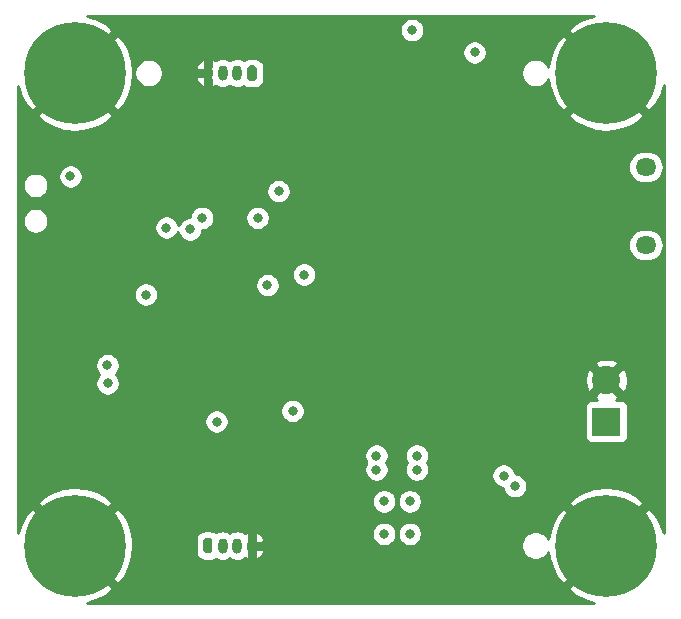
<source format=gbr>
%TF.GenerationSoftware,KiCad,Pcbnew,(5.1.6)-1*%
%TF.CreationDate,2020-09-25T18:38:39+02:00*%
%TF.ProjectId,STM32F4_REV2,53544d33-3246-4345-9f52-4556322e6b69,rev?*%
%TF.SameCoordinates,Original*%
%TF.FileFunction,Copper,L2,Inr*%
%TF.FilePolarity,Positive*%
%FSLAX46Y46*%
G04 Gerber Fmt 4.6, Leading zero omitted, Abs format (unit mm)*
G04 Created by KiCad (PCBNEW (5.1.6)-1) date 2020-09-25 18:38:39*
%MOMM*%
%LPD*%
G01*
G04 APERTURE LIST*
%TA.AperFunction,ViaPad*%
%ADD10C,8.600000*%
%TD*%
%TA.AperFunction,ViaPad*%
%ADD11C,0.900000*%
%TD*%
%TA.AperFunction,ViaPad*%
%ADD12R,2.400000X2.400000*%
%TD*%
%TA.AperFunction,ViaPad*%
%ADD13C,2.400000*%
%TD*%
%TA.AperFunction,ViaPad*%
%ADD14O,0.800000X1.300000*%
%TD*%
%TA.AperFunction,ViaPad*%
%ADD15O,1.750000X1.500000*%
%TD*%
%TA.AperFunction,ViaPad*%
%ADD16C,0.800000*%
%TD*%
%TA.AperFunction,Conductor*%
%ADD17C,0.254000*%
%TD*%
G04 APERTURE END LIST*
D10*
%TO.N,GND*%
%TO.C,H1*%
X81250000Y-41000000D03*
D11*
X84475000Y-41000000D03*
X83530419Y-43280419D03*
X81250000Y-44225000D03*
X78969581Y-43280419D03*
X78025000Y-41000000D03*
X78969581Y-38719581D03*
X81250000Y-37775000D03*
X83530419Y-38719581D03*
%TD*%
%TO.N,GND*%
%TO.C,H2*%
X83530419Y-78719581D03*
X81250000Y-77775000D03*
X78969581Y-78719581D03*
X78025000Y-81000000D03*
X78969581Y-83280419D03*
X81250000Y-84225000D03*
X83530419Y-83280419D03*
X84475000Y-81000000D03*
D10*
X81250000Y-81000000D03*
%TD*%
%TO.N,GND*%
%TO.C,H3*%
X36250000Y-81000000D03*
D11*
X39475000Y-81000000D03*
X38530419Y-83280419D03*
X36250000Y-84225000D03*
X33969581Y-83280419D03*
X33025000Y-81000000D03*
X33969581Y-78719581D03*
X36250000Y-77775000D03*
X38530419Y-78719581D03*
%TD*%
%TO.N,GND*%
%TO.C,H4*%
X38530419Y-38719581D03*
X36250000Y-37775000D03*
X33969581Y-38719581D03*
X33025000Y-41000000D03*
X33969581Y-43280419D03*
X36250000Y-44225000D03*
X38530419Y-43280419D03*
X39475000Y-41000000D03*
D10*
X36250000Y-41000000D03*
%TD*%
D12*
%TO.N,+12V*%
%TO.C,J1*%
X81250000Y-70500000D03*
D13*
%TO.N,GND*%
X81250000Y-67000000D03*
%TD*%
D14*
%TO.N,GND*%
%TO.C,J3*%
X47500000Y-41000000D03*
%TO.N,I2C1_SDA*%
X48750000Y-41000000D03*
%TO.N,I2C1_SCL*%
X50000000Y-41000000D03*
%TO.N,+3V3*%
%TA.AperFunction,ViaPad*%
G36*
G01*
X51650000Y-40550000D02*
X51650000Y-41450000D01*
G75*
G02*
X51450000Y-41650000I-200000J0D01*
G01*
X51050000Y-41650000D01*
G75*
G02*
X50850000Y-41450000I0J200000D01*
G01*
X50850000Y-40550000D01*
G75*
G02*
X51050000Y-40350000I200000J0D01*
G01*
X51450000Y-40350000D01*
G75*
G02*
X51650000Y-40550000I0J-200000D01*
G01*
G37*
%TD.AperFunction*%
%TD*%
%TO.N,+3V3*%
%TO.C,J4*%
%TA.AperFunction,ViaPad*%
G36*
G01*
X47100000Y-81450000D02*
X47100000Y-80550000D01*
G75*
G02*
X47300000Y-80350000I200000J0D01*
G01*
X47700000Y-80350000D01*
G75*
G02*
X47900000Y-80550000I0J-200000D01*
G01*
X47900000Y-81450000D01*
G75*
G02*
X47700000Y-81650000I-200000J0D01*
G01*
X47300000Y-81650000D01*
G75*
G02*
X47100000Y-81450000I0J200000D01*
G01*
G37*
%TD.AperFunction*%
%TO.N,USART3_TX*%
X48750000Y-81000000D03*
%TO.N,USART3_RX*%
X50000000Y-81000000D03*
%TO.N,GND*%
X51250000Y-81000000D03*
%TD*%
D15*
%TO.N,Net-(J5-Pad6)*%
%TO.C,J5*%
X84575000Y-55550000D03*
X84575000Y-48950000D03*
%TD*%
D16*
%TO.N,GND*%
X41550000Y-55000000D03*
%TO.N,+3V3*%
X51725000Y-53250000D03*
%TO.N,GND*%
X35875000Y-54250000D03*
X47725000Y-55000000D03*
X39750000Y-58000000D03*
X37275000Y-64000000D03*
X41000000Y-63525000D03*
X42250000Y-63525000D03*
X41500000Y-67575000D03*
X45775000Y-70500000D03*
X56225000Y-70750000D03*
X56975000Y-69000000D03*
X56250000Y-55750000D03*
X58050000Y-56575000D03*
X70125000Y-41450000D03*
X80600000Y-50950000D03*
X79350000Y-50950000D03*
X79350000Y-49650000D03*
X80600000Y-49650000D03*
X67700000Y-66675000D03*
X67700000Y-67850000D03*
X72225000Y-68025000D03*
X74375000Y-68000000D03*
X75450000Y-62850000D03*
X75450000Y-64650000D03*
X77000000Y-72600000D03*
X77925000Y-73500000D03*
X76175000Y-70175000D03*
X75250000Y-69275000D03*
X67375000Y-76375000D03*
X67375000Y-78075000D03*
X67375000Y-79175000D03*
X67375000Y-80875000D03*
X70500000Y-74300000D03*
X70500000Y-75300000D03*
X70500000Y-72400000D03*
X41475000Y-58025000D03*
X40625000Y-59900000D03*
X36375000Y-62100000D03*
X76025000Y-50425000D03*
X63500000Y-37400000D03*
X62250000Y-37400000D03*
X59700000Y-37400000D03*
%TO.N,+3V3*%
X47025000Y-53250000D03*
X44000000Y-54075000D03*
X35875000Y-49750000D03*
X70100000Y-39250000D03*
X54675000Y-69600000D03*
X48250000Y-70500000D03*
X39000000Y-65725000D03*
X39025000Y-67275000D03*
X42250000Y-59750000D03*
X46000000Y-54225000D03*
X61775000Y-74575000D03*
X61775000Y-73375000D03*
X65200000Y-73375000D03*
X65200000Y-74575000D03*
X62425000Y-77250000D03*
X64600000Y-77250000D03*
X62425000Y-80000000D03*
X64600000Y-80000000D03*
X72550000Y-75075000D03*
X73500000Y-75975000D03*
X55650000Y-58050000D03*
X64800000Y-37350000D03*
%TO.N,NRST*%
X52550000Y-58950000D03*
X53500000Y-51000000D03*
%TD*%
D17*
%TO.N,GND*%
G36*
X79303124Y-36439284D02*
G01*
X78539527Y-36847433D01*
X78035693Y-37434968D01*
X81250000Y-40649275D01*
X81264143Y-40635133D01*
X81614868Y-40985858D01*
X81600725Y-41000000D01*
X84815032Y-44214307D01*
X85402567Y-43710473D01*
X85851564Y-42848265D01*
X86090000Y-42030670D01*
X86090000Y-48932731D01*
X86064960Y-48678493D01*
X85985764Y-48417419D01*
X85857157Y-48176812D01*
X85684081Y-47965919D01*
X85473188Y-47792843D01*
X85232581Y-47664236D01*
X84971507Y-47585040D01*
X84768037Y-47565000D01*
X84381963Y-47565000D01*
X84178493Y-47585040D01*
X83917419Y-47664236D01*
X83676812Y-47792843D01*
X83465919Y-47965919D01*
X83292843Y-48176812D01*
X83164236Y-48417419D01*
X83085040Y-48678493D01*
X83058299Y-48950000D01*
X83085040Y-49221507D01*
X83164236Y-49482581D01*
X83292843Y-49723188D01*
X83465919Y-49934081D01*
X83676812Y-50107157D01*
X83917419Y-50235764D01*
X84178493Y-50314960D01*
X84381963Y-50335000D01*
X84768037Y-50335000D01*
X84971507Y-50314960D01*
X85232581Y-50235764D01*
X85473188Y-50107157D01*
X85684081Y-49934081D01*
X85857157Y-49723188D01*
X85985764Y-49482581D01*
X86064960Y-49221507D01*
X86090000Y-48967269D01*
X86090000Y-55532733D01*
X86064960Y-55278493D01*
X85985764Y-55017419D01*
X85857157Y-54776812D01*
X85684081Y-54565919D01*
X85473188Y-54392843D01*
X85232581Y-54264236D01*
X84971507Y-54185040D01*
X84768037Y-54165000D01*
X84381963Y-54165000D01*
X84178493Y-54185040D01*
X83917419Y-54264236D01*
X83676812Y-54392843D01*
X83465919Y-54565919D01*
X83292843Y-54776812D01*
X83164236Y-55017419D01*
X83085040Y-55278493D01*
X83058299Y-55550000D01*
X83085040Y-55821507D01*
X83164236Y-56082581D01*
X83292843Y-56323188D01*
X83465919Y-56534081D01*
X83676812Y-56707157D01*
X83917419Y-56835764D01*
X84178493Y-56914960D01*
X84381963Y-56935000D01*
X84768037Y-56935000D01*
X84971507Y-56914960D01*
X85232581Y-56835764D01*
X85473188Y-56707157D01*
X85684081Y-56534081D01*
X85857157Y-56323188D01*
X85985764Y-56082581D01*
X86064960Y-55821507D01*
X86090000Y-55567267D01*
X86090001Y-79939350D01*
X85810716Y-79053124D01*
X85402567Y-78289527D01*
X84815032Y-77785693D01*
X81600725Y-81000000D01*
X81614868Y-81014143D01*
X81264143Y-81364868D01*
X81250000Y-81350725D01*
X78035693Y-84565032D01*
X78539527Y-85152567D01*
X79401735Y-85601564D01*
X80219330Y-85840000D01*
X37310653Y-85840000D01*
X38196876Y-85560716D01*
X38960473Y-85152567D01*
X39464307Y-84565032D01*
X36250000Y-81350725D01*
X36235858Y-81364868D01*
X35885133Y-81014143D01*
X35899275Y-81000000D01*
X36600725Y-81000000D01*
X39815032Y-84214307D01*
X40402567Y-83710473D01*
X40851564Y-82848265D01*
X41123724Y-81915031D01*
X41208591Y-80946632D01*
X41165212Y-80550000D01*
X46461928Y-80550000D01*
X46461928Y-81450000D01*
X46478031Y-81613500D01*
X46525722Y-81770716D01*
X46603169Y-81915608D01*
X46707394Y-82042606D01*
X46834392Y-82146831D01*
X46979284Y-82224278D01*
X47136500Y-82271969D01*
X47300000Y-82288072D01*
X47700000Y-82288072D01*
X47863500Y-82271969D01*
X48020716Y-82224278D01*
X48165608Y-82146831D01*
X48191894Y-82125259D01*
X48352008Y-82210841D01*
X48547106Y-82270024D01*
X48750000Y-82290007D01*
X48952895Y-82270024D01*
X49147993Y-82210841D01*
X49327797Y-82114734D01*
X49375000Y-82075995D01*
X49422204Y-82114734D01*
X49602008Y-82210841D01*
X49797106Y-82270024D01*
X50000000Y-82290007D01*
X50202895Y-82270024D01*
X50397993Y-82210841D01*
X50577797Y-82114734D01*
X50626707Y-82074595D01*
X50639885Y-82086351D01*
X50814772Y-82189308D01*
X50847860Y-82203682D01*
X51002000Y-82090423D01*
X51002000Y-81512310D01*
X51020024Y-81452894D01*
X51035000Y-81300837D01*
X51035000Y-81248000D01*
X51498000Y-81248000D01*
X51498000Y-82090423D01*
X51652140Y-82203682D01*
X51685228Y-82189308D01*
X51860115Y-82086351D01*
X52011556Y-81951253D01*
X52133731Y-81789206D01*
X52221944Y-81606438D01*
X52272806Y-81409972D01*
X52126489Y-81248000D01*
X51498000Y-81248000D01*
X51035000Y-81248000D01*
X51035000Y-80699162D01*
X51020024Y-80547105D01*
X51002000Y-80487689D01*
X51002000Y-79909577D01*
X51498000Y-79909577D01*
X51498000Y-80752000D01*
X52126489Y-80752000D01*
X52272806Y-80590028D01*
X52221944Y-80393562D01*
X52133731Y-80210794D01*
X52011556Y-80048747D01*
X51860115Y-79913649D01*
X51833637Y-79898061D01*
X61390000Y-79898061D01*
X61390000Y-80101939D01*
X61429774Y-80301898D01*
X61507795Y-80490256D01*
X61621063Y-80659774D01*
X61765226Y-80803937D01*
X61934744Y-80917205D01*
X62123102Y-80995226D01*
X62323061Y-81035000D01*
X62526939Y-81035000D01*
X62726898Y-80995226D01*
X62915256Y-80917205D01*
X63084774Y-80803937D01*
X63228937Y-80659774D01*
X63342205Y-80490256D01*
X63420226Y-80301898D01*
X63460000Y-80101939D01*
X63460000Y-79898061D01*
X63565000Y-79898061D01*
X63565000Y-80101939D01*
X63604774Y-80301898D01*
X63682795Y-80490256D01*
X63796063Y-80659774D01*
X63940226Y-80803937D01*
X64109744Y-80917205D01*
X64298102Y-80995226D01*
X64498061Y-81035000D01*
X64701939Y-81035000D01*
X64901898Y-80995226D01*
X65090256Y-80917205D01*
X65144849Y-80880727D01*
X74039000Y-80880727D01*
X74039000Y-81119273D01*
X74085538Y-81353236D01*
X74176825Y-81573624D01*
X74309354Y-81771968D01*
X74478032Y-81940646D01*
X74676376Y-82073175D01*
X74896764Y-82164462D01*
X75130727Y-82211000D01*
X75369273Y-82211000D01*
X75603236Y-82164462D01*
X75823624Y-82073175D01*
X76021968Y-81940646D01*
X76190646Y-81771968D01*
X76323175Y-81573624D01*
X76343059Y-81525619D01*
X76397099Y-82019716D01*
X76689284Y-82946876D01*
X77097433Y-83710473D01*
X77684968Y-84214307D01*
X80899275Y-81000000D01*
X77684968Y-77785693D01*
X77097433Y-78289527D01*
X76648436Y-79151735D01*
X76376276Y-80084969D01*
X76342308Y-80472568D01*
X76323175Y-80426376D01*
X76190646Y-80228032D01*
X76021968Y-80059354D01*
X75823624Y-79926825D01*
X75603236Y-79835538D01*
X75369273Y-79789000D01*
X75130727Y-79789000D01*
X74896764Y-79835538D01*
X74676376Y-79926825D01*
X74478032Y-80059354D01*
X74309354Y-80228032D01*
X74176825Y-80426376D01*
X74085538Y-80646764D01*
X74039000Y-80880727D01*
X65144849Y-80880727D01*
X65259774Y-80803937D01*
X65403937Y-80659774D01*
X65517205Y-80490256D01*
X65595226Y-80301898D01*
X65635000Y-80101939D01*
X65635000Y-79898061D01*
X65595226Y-79698102D01*
X65517205Y-79509744D01*
X65403937Y-79340226D01*
X65259774Y-79196063D01*
X65090256Y-79082795D01*
X64901898Y-79004774D01*
X64701939Y-78965000D01*
X64498061Y-78965000D01*
X64298102Y-79004774D01*
X64109744Y-79082795D01*
X63940226Y-79196063D01*
X63796063Y-79340226D01*
X63682795Y-79509744D01*
X63604774Y-79698102D01*
X63565000Y-79898061D01*
X63460000Y-79898061D01*
X63420226Y-79698102D01*
X63342205Y-79509744D01*
X63228937Y-79340226D01*
X63084774Y-79196063D01*
X62915256Y-79082795D01*
X62726898Y-79004774D01*
X62526939Y-78965000D01*
X62323061Y-78965000D01*
X62123102Y-79004774D01*
X61934744Y-79082795D01*
X61765226Y-79196063D01*
X61621063Y-79340226D01*
X61507795Y-79509744D01*
X61429774Y-79698102D01*
X61390000Y-79898061D01*
X51833637Y-79898061D01*
X51685228Y-79810692D01*
X51652140Y-79796318D01*
X51498000Y-79909577D01*
X51002000Y-79909577D01*
X50847860Y-79796318D01*
X50814772Y-79810692D01*
X50639885Y-79913649D01*
X50626707Y-79925405D01*
X50577797Y-79885266D01*
X50397992Y-79789159D01*
X50202894Y-79729976D01*
X50000000Y-79709993D01*
X49797105Y-79729976D01*
X49602007Y-79789159D01*
X49422203Y-79885266D01*
X49375000Y-79924004D01*
X49327797Y-79885266D01*
X49147992Y-79789159D01*
X48952894Y-79729976D01*
X48750000Y-79709993D01*
X48547105Y-79729976D01*
X48352007Y-79789159D01*
X48191894Y-79874741D01*
X48165608Y-79853169D01*
X48020716Y-79775722D01*
X47863500Y-79728031D01*
X47700000Y-79711928D01*
X47300000Y-79711928D01*
X47136500Y-79728031D01*
X46979284Y-79775722D01*
X46834392Y-79853169D01*
X46707394Y-79957394D01*
X46603169Y-80084392D01*
X46525722Y-80229284D01*
X46478031Y-80386500D01*
X46461928Y-80550000D01*
X41165212Y-80550000D01*
X41102901Y-79980284D01*
X40810716Y-79053124D01*
X40402567Y-78289527D01*
X39815032Y-77785693D01*
X36600725Y-81000000D01*
X35899275Y-81000000D01*
X32684968Y-77785693D01*
X32097433Y-78289527D01*
X31648436Y-79151735D01*
X31410000Y-79969330D01*
X31410000Y-77434968D01*
X33035693Y-77434968D01*
X36250000Y-80649275D01*
X39464307Y-77434968D01*
X39218274Y-77148061D01*
X61390000Y-77148061D01*
X61390000Y-77351939D01*
X61429774Y-77551898D01*
X61507795Y-77740256D01*
X61621063Y-77909774D01*
X61765226Y-78053937D01*
X61934744Y-78167205D01*
X62123102Y-78245226D01*
X62323061Y-78285000D01*
X62526939Y-78285000D01*
X62726898Y-78245226D01*
X62915256Y-78167205D01*
X63084774Y-78053937D01*
X63228937Y-77909774D01*
X63342205Y-77740256D01*
X63420226Y-77551898D01*
X63460000Y-77351939D01*
X63460000Y-77148061D01*
X63565000Y-77148061D01*
X63565000Y-77351939D01*
X63604774Y-77551898D01*
X63682795Y-77740256D01*
X63796063Y-77909774D01*
X63940226Y-78053937D01*
X64109744Y-78167205D01*
X64298102Y-78245226D01*
X64498061Y-78285000D01*
X64701939Y-78285000D01*
X64901898Y-78245226D01*
X65090256Y-78167205D01*
X65259774Y-78053937D01*
X65403937Y-77909774D01*
X65517205Y-77740256D01*
X65595226Y-77551898D01*
X65618484Y-77434968D01*
X78035693Y-77434968D01*
X81250000Y-80649275D01*
X84464307Y-77434968D01*
X83960473Y-76847433D01*
X83098265Y-76398436D01*
X82165031Y-76126276D01*
X81196632Y-76041409D01*
X80230284Y-76147099D01*
X79303124Y-76439284D01*
X78539527Y-76847433D01*
X78035693Y-77434968D01*
X65618484Y-77434968D01*
X65635000Y-77351939D01*
X65635000Y-77148061D01*
X65595226Y-76948102D01*
X65517205Y-76759744D01*
X65403937Y-76590226D01*
X65259774Y-76446063D01*
X65090256Y-76332795D01*
X64901898Y-76254774D01*
X64701939Y-76215000D01*
X64498061Y-76215000D01*
X64298102Y-76254774D01*
X64109744Y-76332795D01*
X63940226Y-76446063D01*
X63796063Y-76590226D01*
X63682795Y-76759744D01*
X63604774Y-76948102D01*
X63565000Y-77148061D01*
X63460000Y-77148061D01*
X63420226Y-76948102D01*
X63342205Y-76759744D01*
X63228937Y-76590226D01*
X63084774Y-76446063D01*
X62915256Y-76332795D01*
X62726898Y-76254774D01*
X62526939Y-76215000D01*
X62323061Y-76215000D01*
X62123102Y-76254774D01*
X61934744Y-76332795D01*
X61765226Y-76446063D01*
X61621063Y-76590226D01*
X61507795Y-76759744D01*
X61429774Y-76948102D01*
X61390000Y-77148061D01*
X39218274Y-77148061D01*
X38960473Y-76847433D01*
X38098265Y-76398436D01*
X37165031Y-76126276D01*
X36196632Y-76041409D01*
X35230284Y-76147099D01*
X34303124Y-76439284D01*
X33539527Y-76847433D01*
X33035693Y-77434968D01*
X31410000Y-77434968D01*
X31410000Y-73273061D01*
X60740000Y-73273061D01*
X60740000Y-73476939D01*
X60779774Y-73676898D01*
X60857795Y-73865256D01*
X60931123Y-73975000D01*
X60857795Y-74084744D01*
X60779774Y-74273102D01*
X60740000Y-74473061D01*
X60740000Y-74676939D01*
X60779774Y-74876898D01*
X60857795Y-75065256D01*
X60971063Y-75234774D01*
X61115226Y-75378937D01*
X61284744Y-75492205D01*
X61473102Y-75570226D01*
X61673061Y-75610000D01*
X61876939Y-75610000D01*
X62076898Y-75570226D01*
X62265256Y-75492205D01*
X62434774Y-75378937D01*
X62578937Y-75234774D01*
X62692205Y-75065256D01*
X62770226Y-74876898D01*
X62810000Y-74676939D01*
X62810000Y-74473061D01*
X62770226Y-74273102D01*
X62692205Y-74084744D01*
X62618877Y-73975000D01*
X62692205Y-73865256D01*
X62770226Y-73676898D01*
X62810000Y-73476939D01*
X62810000Y-73273061D01*
X64165000Y-73273061D01*
X64165000Y-73476939D01*
X64204774Y-73676898D01*
X64282795Y-73865256D01*
X64356123Y-73975000D01*
X64282795Y-74084744D01*
X64204774Y-74273102D01*
X64165000Y-74473061D01*
X64165000Y-74676939D01*
X64204774Y-74876898D01*
X64282795Y-75065256D01*
X64396063Y-75234774D01*
X64540226Y-75378937D01*
X64709744Y-75492205D01*
X64898102Y-75570226D01*
X65098061Y-75610000D01*
X65301939Y-75610000D01*
X65501898Y-75570226D01*
X65690256Y-75492205D01*
X65859774Y-75378937D01*
X66003937Y-75234774D01*
X66117205Y-75065256D01*
X66155393Y-74973061D01*
X71515000Y-74973061D01*
X71515000Y-75176939D01*
X71554774Y-75376898D01*
X71632795Y-75565256D01*
X71746063Y-75734774D01*
X71890226Y-75878937D01*
X72059744Y-75992205D01*
X72248102Y-76070226D01*
X72448061Y-76110000D01*
X72471576Y-76110000D01*
X72504774Y-76276898D01*
X72582795Y-76465256D01*
X72696063Y-76634774D01*
X72840226Y-76778937D01*
X73009744Y-76892205D01*
X73198102Y-76970226D01*
X73398061Y-77010000D01*
X73601939Y-77010000D01*
X73801898Y-76970226D01*
X73990256Y-76892205D01*
X74159774Y-76778937D01*
X74303937Y-76634774D01*
X74417205Y-76465256D01*
X74495226Y-76276898D01*
X74535000Y-76076939D01*
X74535000Y-75873061D01*
X74495226Y-75673102D01*
X74417205Y-75484744D01*
X74303937Y-75315226D01*
X74159774Y-75171063D01*
X73990256Y-75057795D01*
X73801898Y-74979774D01*
X73601939Y-74940000D01*
X73578424Y-74940000D01*
X73545226Y-74773102D01*
X73467205Y-74584744D01*
X73353937Y-74415226D01*
X73209774Y-74271063D01*
X73040256Y-74157795D01*
X72851898Y-74079774D01*
X72651939Y-74040000D01*
X72448061Y-74040000D01*
X72248102Y-74079774D01*
X72059744Y-74157795D01*
X71890226Y-74271063D01*
X71746063Y-74415226D01*
X71632795Y-74584744D01*
X71554774Y-74773102D01*
X71515000Y-74973061D01*
X66155393Y-74973061D01*
X66195226Y-74876898D01*
X66235000Y-74676939D01*
X66235000Y-74473061D01*
X66195226Y-74273102D01*
X66117205Y-74084744D01*
X66043877Y-73975000D01*
X66117205Y-73865256D01*
X66195226Y-73676898D01*
X66235000Y-73476939D01*
X66235000Y-73273061D01*
X66195226Y-73073102D01*
X66117205Y-72884744D01*
X66003937Y-72715226D01*
X65859774Y-72571063D01*
X65690256Y-72457795D01*
X65501898Y-72379774D01*
X65301939Y-72340000D01*
X65098061Y-72340000D01*
X64898102Y-72379774D01*
X64709744Y-72457795D01*
X64540226Y-72571063D01*
X64396063Y-72715226D01*
X64282795Y-72884744D01*
X64204774Y-73073102D01*
X64165000Y-73273061D01*
X62810000Y-73273061D01*
X62770226Y-73073102D01*
X62692205Y-72884744D01*
X62578937Y-72715226D01*
X62434774Y-72571063D01*
X62265256Y-72457795D01*
X62076898Y-72379774D01*
X61876939Y-72340000D01*
X61673061Y-72340000D01*
X61473102Y-72379774D01*
X61284744Y-72457795D01*
X61115226Y-72571063D01*
X60971063Y-72715226D01*
X60857795Y-72884744D01*
X60779774Y-73073102D01*
X60740000Y-73273061D01*
X31410000Y-73273061D01*
X31410000Y-70398061D01*
X47215000Y-70398061D01*
X47215000Y-70601939D01*
X47254774Y-70801898D01*
X47332795Y-70990256D01*
X47446063Y-71159774D01*
X47590226Y-71303937D01*
X47759744Y-71417205D01*
X47948102Y-71495226D01*
X48148061Y-71535000D01*
X48351939Y-71535000D01*
X48551898Y-71495226D01*
X48740256Y-71417205D01*
X48909774Y-71303937D01*
X49053937Y-71159774D01*
X49167205Y-70990256D01*
X49245226Y-70801898D01*
X49285000Y-70601939D01*
X49285000Y-70398061D01*
X49245226Y-70198102D01*
X49167205Y-70009744D01*
X49053937Y-69840226D01*
X48909774Y-69696063D01*
X48740256Y-69582795D01*
X48551898Y-69504774D01*
X48518150Y-69498061D01*
X53640000Y-69498061D01*
X53640000Y-69701939D01*
X53679774Y-69901898D01*
X53757795Y-70090256D01*
X53871063Y-70259774D01*
X54015226Y-70403937D01*
X54184744Y-70517205D01*
X54373102Y-70595226D01*
X54573061Y-70635000D01*
X54776939Y-70635000D01*
X54976898Y-70595226D01*
X55165256Y-70517205D01*
X55334774Y-70403937D01*
X55478937Y-70259774D01*
X55592205Y-70090256D01*
X55670226Y-69901898D01*
X55710000Y-69701939D01*
X55710000Y-69498061D01*
X55670604Y-69300000D01*
X79411928Y-69300000D01*
X79411928Y-71700000D01*
X79424188Y-71824482D01*
X79460498Y-71944180D01*
X79519463Y-72054494D01*
X79598815Y-72151185D01*
X79695506Y-72230537D01*
X79805820Y-72289502D01*
X79925518Y-72325812D01*
X80050000Y-72338072D01*
X82450000Y-72338072D01*
X82574482Y-72325812D01*
X82694180Y-72289502D01*
X82804494Y-72230537D01*
X82901185Y-72151185D01*
X82980537Y-72054494D01*
X83039502Y-71944180D01*
X83075812Y-71824482D01*
X83088072Y-71700000D01*
X83088072Y-69300000D01*
X83075812Y-69175518D01*
X83039502Y-69055820D01*
X82980537Y-68945506D01*
X82901185Y-68848815D01*
X82804494Y-68769463D01*
X82694180Y-68710498D01*
X82574482Y-68674188D01*
X82450000Y-68661928D01*
X82033434Y-68661928D01*
X82115069Y-68628356D01*
X82123321Y-68623946D01*
X82253229Y-68353954D01*
X81250000Y-67350725D01*
X80246771Y-68353954D01*
X80376679Y-68623946D01*
X80467722Y-68661928D01*
X80050000Y-68661928D01*
X79925518Y-68674188D01*
X79805820Y-68710498D01*
X79695506Y-68769463D01*
X79598815Y-68848815D01*
X79519463Y-68945506D01*
X79460498Y-69055820D01*
X79424188Y-69175518D01*
X79411928Y-69300000D01*
X55670604Y-69300000D01*
X55670226Y-69298102D01*
X55592205Y-69109744D01*
X55478937Y-68940226D01*
X55334774Y-68796063D01*
X55165256Y-68682795D01*
X54976898Y-68604774D01*
X54776939Y-68565000D01*
X54573061Y-68565000D01*
X54373102Y-68604774D01*
X54184744Y-68682795D01*
X54015226Y-68796063D01*
X53871063Y-68940226D01*
X53757795Y-69109744D01*
X53679774Y-69298102D01*
X53640000Y-69498061D01*
X48518150Y-69498061D01*
X48351939Y-69465000D01*
X48148061Y-69465000D01*
X47948102Y-69504774D01*
X47759744Y-69582795D01*
X47590226Y-69696063D01*
X47446063Y-69840226D01*
X47332795Y-70009744D01*
X47254774Y-70198102D01*
X47215000Y-70398061D01*
X31410000Y-70398061D01*
X31410000Y-65623061D01*
X37965000Y-65623061D01*
X37965000Y-65826939D01*
X38004774Y-66026898D01*
X38082795Y-66215256D01*
X38196063Y-66384774D01*
X38323789Y-66512500D01*
X38221063Y-66615226D01*
X38107795Y-66784744D01*
X38029774Y-66973102D01*
X37990000Y-67173061D01*
X37990000Y-67376939D01*
X38029774Y-67576898D01*
X38107795Y-67765256D01*
X38221063Y-67934774D01*
X38365226Y-68078937D01*
X38534744Y-68192205D01*
X38723102Y-68270226D01*
X38923061Y-68310000D01*
X39126939Y-68310000D01*
X39326898Y-68270226D01*
X39515256Y-68192205D01*
X39684774Y-68078937D01*
X39828937Y-67934774D01*
X39942205Y-67765256D01*
X40020226Y-67576898D01*
X40060000Y-67376939D01*
X40060000Y-67176075D01*
X79414547Y-67176075D01*
X79484166Y-67530771D01*
X79621644Y-67865069D01*
X79626054Y-67873321D01*
X79896046Y-68003229D01*
X80899275Y-67000000D01*
X81600725Y-67000000D01*
X82603954Y-68003229D01*
X82873946Y-67873321D01*
X83013118Y-67539725D01*
X83084536Y-67185387D01*
X83085453Y-66823925D01*
X83015834Y-66469229D01*
X82878356Y-66134931D01*
X82873946Y-66126679D01*
X82603954Y-65996771D01*
X81600725Y-67000000D01*
X80899275Y-67000000D01*
X79896046Y-65996771D01*
X79626054Y-66126679D01*
X79486882Y-66460275D01*
X79415464Y-66814613D01*
X79414547Y-67176075D01*
X40060000Y-67176075D01*
X40060000Y-67173061D01*
X40020226Y-66973102D01*
X39942205Y-66784744D01*
X39828937Y-66615226D01*
X39701211Y-66487500D01*
X39803937Y-66384774D01*
X39917205Y-66215256D01*
X39995226Y-66026898D01*
X40035000Y-65826939D01*
X40035000Y-65646046D01*
X80246771Y-65646046D01*
X81250000Y-66649275D01*
X82253229Y-65646046D01*
X82123321Y-65376054D01*
X81789725Y-65236882D01*
X81435387Y-65165464D01*
X81073925Y-65164547D01*
X80719229Y-65234166D01*
X80384931Y-65371644D01*
X80376679Y-65376054D01*
X80246771Y-65646046D01*
X40035000Y-65646046D01*
X40035000Y-65623061D01*
X39995226Y-65423102D01*
X39917205Y-65234744D01*
X39803937Y-65065226D01*
X39659774Y-64921063D01*
X39490256Y-64807795D01*
X39301898Y-64729774D01*
X39101939Y-64690000D01*
X38898061Y-64690000D01*
X38698102Y-64729774D01*
X38509744Y-64807795D01*
X38340226Y-64921063D01*
X38196063Y-65065226D01*
X38082795Y-65234744D01*
X38004774Y-65423102D01*
X37965000Y-65623061D01*
X31410000Y-65623061D01*
X31410000Y-59648061D01*
X41215000Y-59648061D01*
X41215000Y-59851939D01*
X41254774Y-60051898D01*
X41332795Y-60240256D01*
X41446063Y-60409774D01*
X41590226Y-60553937D01*
X41759744Y-60667205D01*
X41948102Y-60745226D01*
X42148061Y-60785000D01*
X42351939Y-60785000D01*
X42551898Y-60745226D01*
X42740256Y-60667205D01*
X42909774Y-60553937D01*
X43053937Y-60409774D01*
X43167205Y-60240256D01*
X43245226Y-60051898D01*
X43285000Y-59851939D01*
X43285000Y-59648061D01*
X43245226Y-59448102D01*
X43167205Y-59259744D01*
X43053937Y-59090226D01*
X42909774Y-58946063D01*
X42763104Y-58848061D01*
X51515000Y-58848061D01*
X51515000Y-59051939D01*
X51554774Y-59251898D01*
X51632795Y-59440256D01*
X51746063Y-59609774D01*
X51890226Y-59753937D01*
X52059744Y-59867205D01*
X52248102Y-59945226D01*
X52448061Y-59985000D01*
X52651939Y-59985000D01*
X52851898Y-59945226D01*
X53040256Y-59867205D01*
X53209774Y-59753937D01*
X53353937Y-59609774D01*
X53467205Y-59440256D01*
X53545226Y-59251898D01*
X53585000Y-59051939D01*
X53585000Y-58848061D01*
X53545226Y-58648102D01*
X53467205Y-58459744D01*
X53353937Y-58290226D01*
X53209774Y-58146063D01*
X53040256Y-58032795D01*
X52851898Y-57954774D01*
X52818150Y-57948061D01*
X54615000Y-57948061D01*
X54615000Y-58151939D01*
X54654774Y-58351898D01*
X54732795Y-58540256D01*
X54846063Y-58709774D01*
X54990226Y-58853937D01*
X55159744Y-58967205D01*
X55348102Y-59045226D01*
X55548061Y-59085000D01*
X55751939Y-59085000D01*
X55951898Y-59045226D01*
X56140256Y-58967205D01*
X56309774Y-58853937D01*
X56453937Y-58709774D01*
X56567205Y-58540256D01*
X56645226Y-58351898D01*
X56685000Y-58151939D01*
X56685000Y-57948061D01*
X56645226Y-57748102D01*
X56567205Y-57559744D01*
X56453937Y-57390226D01*
X56309774Y-57246063D01*
X56140256Y-57132795D01*
X55951898Y-57054774D01*
X55751939Y-57015000D01*
X55548061Y-57015000D01*
X55348102Y-57054774D01*
X55159744Y-57132795D01*
X54990226Y-57246063D01*
X54846063Y-57390226D01*
X54732795Y-57559744D01*
X54654774Y-57748102D01*
X54615000Y-57948061D01*
X52818150Y-57948061D01*
X52651939Y-57915000D01*
X52448061Y-57915000D01*
X52248102Y-57954774D01*
X52059744Y-58032795D01*
X51890226Y-58146063D01*
X51746063Y-58290226D01*
X51632795Y-58459744D01*
X51554774Y-58648102D01*
X51515000Y-58848061D01*
X42763104Y-58848061D01*
X42740256Y-58832795D01*
X42551898Y-58754774D01*
X42351939Y-58715000D01*
X42148061Y-58715000D01*
X41948102Y-58754774D01*
X41759744Y-58832795D01*
X41590226Y-58946063D01*
X41446063Y-59090226D01*
X41332795Y-59259744D01*
X41254774Y-59448102D01*
X41215000Y-59648061D01*
X31410000Y-59648061D01*
X31410000Y-53393137D01*
X31835000Y-53393137D01*
X31835000Y-53606863D01*
X31876696Y-53816483D01*
X31958485Y-54013940D01*
X32077225Y-54191647D01*
X32228353Y-54342775D01*
X32406060Y-54461515D01*
X32603517Y-54543304D01*
X32813137Y-54585000D01*
X33026863Y-54585000D01*
X33236483Y-54543304D01*
X33433940Y-54461515D01*
X33611647Y-54342775D01*
X33762775Y-54191647D01*
X33881515Y-54013940D01*
X33898447Y-53973061D01*
X42965000Y-53973061D01*
X42965000Y-54176939D01*
X43004774Y-54376898D01*
X43082795Y-54565256D01*
X43196063Y-54734774D01*
X43340226Y-54878937D01*
X43509744Y-54992205D01*
X43698102Y-55070226D01*
X43898061Y-55110000D01*
X44101939Y-55110000D01*
X44301898Y-55070226D01*
X44490256Y-54992205D01*
X44659774Y-54878937D01*
X44803937Y-54734774D01*
X44917205Y-54565256D01*
X44981519Y-54409988D01*
X45004774Y-54526898D01*
X45082795Y-54715256D01*
X45196063Y-54884774D01*
X45340226Y-55028937D01*
X45509744Y-55142205D01*
X45698102Y-55220226D01*
X45898061Y-55260000D01*
X46101939Y-55260000D01*
X46301898Y-55220226D01*
X46490256Y-55142205D01*
X46659774Y-55028937D01*
X46803937Y-54884774D01*
X46917205Y-54715256D01*
X46995226Y-54526898D01*
X47035000Y-54326939D01*
X47035000Y-54285000D01*
X47126939Y-54285000D01*
X47326898Y-54245226D01*
X47515256Y-54167205D01*
X47684774Y-54053937D01*
X47828937Y-53909774D01*
X47942205Y-53740256D01*
X48020226Y-53551898D01*
X48060000Y-53351939D01*
X48060000Y-53148061D01*
X50690000Y-53148061D01*
X50690000Y-53351939D01*
X50729774Y-53551898D01*
X50807795Y-53740256D01*
X50921063Y-53909774D01*
X51065226Y-54053937D01*
X51234744Y-54167205D01*
X51423102Y-54245226D01*
X51623061Y-54285000D01*
X51826939Y-54285000D01*
X52026898Y-54245226D01*
X52215256Y-54167205D01*
X52384774Y-54053937D01*
X52528937Y-53909774D01*
X52642205Y-53740256D01*
X52720226Y-53551898D01*
X52760000Y-53351939D01*
X52760000Y-53148061D01*
X52720226Y-52948102D01*
X52642205Y-52759744D01*
X52528937Y-52590226D01*
X52384774Y-52446063D01*
X52215256Y-52332795D01*
X52026898Y-52254774D01*
X51826939Y-52215000D01*
X51623061Y-52215000D01*
X51423102Y-52254774D01*
X51234744Y-52332795D01*
X51065226Y-52446063D01*
X50921063Y-52590226D01*
X50807795Y-52759744D01*
X50729774Y-52948102D01*
X50690000Y-53148061D01*
X48060000Y-53148061D01*
X48020226Y-52948102D01*
X47942205Y-52759744D01*
X47828937Y-52590226D01*
X47684774Y-52446063D01*
X47515256Y-52332795D01*
X47326898Y-52254774D01*
X47126939Y-52215000D01*
X46923061Y-52215000D01*
X46723102Y-52254774D01*
X46534744Y-52332795D01*
X46365226Y-52446063D01*
X46221063Y-52590226D01*
X46107795Y-52759744D01*
X46029774Y-52948102D01*
X45990000Y-53148061D01*
X45990000Y-53190000D01*
X45898061Y-53190000D01*
X45698102Y-53229774D01*
X45509744Y-53307795D01*
X45340226Y-53421063D01*
X45196063Y-53565226D01*
X45082795Y-53734744D01*
X45018481Y-53890012D01*
X44995226Y-53773102D01*
X44917205Y-53584744D01*
X44803937Y-53415226D01*
X44659774Y-53271063D01*
X44490256Y-53157795D01*
X44301898Y-53079774D01*
X44101939Y-53040000D01*
X43898061Y-53040000D01*
X43698102Y-53079774D01*
X43509744Y-53157795D01*
X43340226Y-53271063D01*
X43196063Y-53415226D01*
X43082795Y-53584744D01*
X43004774Y-53773102D01*
X42965000Y-53973061D01*
X33898447Y-53973061D01*
X33963304Y-53816483D01*
X34005000Y-53606863D01*
X34005000Y-53393137D01*
X33963304Y-53183517D01*
X33881515Y-52986060D01*
X33762775Y-52808353D01*
X33611647Y-52657225D01*
X33433940Y-52538485D01*
X33236483Y-52456696D01*
X33026863Y-52415000D01*
X32813137Y-52415000D01*
X32603517Y-52456696D01*
X32406060Y-52538485D01*
X32228353Y-52657225D01*
X32077225Y-52808353D01*
X31958485Y-52986060D01*
X31876696Y-53183517D01*
X31835000Y-53393137D01*
X31410000Y-53393137D01*
X31410000Y-50393137D01*
X31835000Y-50393137D01*
X31835000Y-50606863D01*
X31876696Y-50816483D01*
X31958485Y-51013940D01*
X32077225Y-51191647D01*
X32228353Y-51342775D01*
X32406060Y-51461515D01*
X32603517Y-51543304D01*
X32813137Y-51585000D01*
X33026863Y-51585000D01*
X33236483Y-51543304D01*
X33433940Y-51461515D01*
X33611647Y-51342775D01*
X33762775Y-51191647D01*
X33881515Y-51013940D01*
X33929513Y-50898061D01*
X52465000Y-50898061D01*
X52465000Y-51101939D01*
X52504774Y-51301898D01*
X52582795Y-51490256D01*
X52696063Y-51659774D01*
X52840226Y-51803937D01*
X53009744Y-51917205D01*
X53198102Y-51995226D01*
X53398061Y-52035000D01*
X53601939Y-52035000D01*
X53801898Y-51995226D01*
X53990256Y-51917205D01*
X54159774Y-51803937D01*
X54303937Y-51659774D01*
X54417205Y-51490256D01*
X54495226Y-51301898D01*
X54535000Y-51101939D01*
X54535000Y-50898061D01*
X54495226Y-50698102D01*
X54417205Y-50509744D01*
X54303937Y-50340226D01*
X54159774Y-50196063D01*
X53990256Y-50082795D01*
X53801898Y-50004774D01*
X53601939Y-49965000D01*
X53398061Y-49965000D01*
X53198102Y-50004774D01*
X53009744Y-50082795D01*
X52840226Y-50196063D01*
X52696063Y-50340226D01*
X52582795Y-50509744D01*
X52504774Y-50698102D01*
X52465000Y-50898061D01*
X33929513Y-50898061D01*
X33963304Y-50816483D01*
X34005000Y-50606863D01*
X34005000Y-50393137D01*
X33963304Y-50183517D01*
X33881515Y-49986060D01*
X33762775Y-49808353D01*
X33611647Y-49657225D01*
X33597933Y-49648061D01*
X34840000Y-49648061D01*
X34840000Y-49851939D01*
X34879774Y-50051898D01*
X34957795Y-50240256D01*
X35071063Y-50409774D01*
X35215226Y-50553937D01*
X35384744Y-50667205D01*
X35573102Y-50745226D01*
X35773061Y-50785000D01*
X35976939Y-50785000D01*
X36176898Y-50745226D01*
X36365256Y-50667205D01*
X36534774Y-50553937D01*
X36678937Y-50409774D01*
X36792205Y-50240256D01*
X36870226Y-50051898D01*
X36910000Y-49851939D01*
X36910000Y-49648061D01*
X36870226Y-49448102D01*
X36792205Y-49259744D01*
X36678937Y-49090226D01*
X36534774Y-48946063D01*
X36365256Y-48832795D01*
X36176898Y-48754774D01*
X35976939Y-48715000D01*
X35773061Y-48715000D01*
X35573102Y-48754774D01*
X35384744Y-48832795D01*
X35215226Y-48946063D01*
X35071063Y-49090226D01*
X34957795Y-49259744D01*
X34879774Y-49448102D01*
X34840000Y-49648061D01*
X33597933Y-49648061D01*
X33433940Y-49538485D01*
X33236483Y-49456696D01*
X33026863Y-49415000D01*
X32813137Y-49415000D01*
X32603517Y-49456696D01*
X32406060Y-49538485D01*
X32228353Y-49657225D01*
X32077225Y-49808353D01*
X31958485Y-49986060D01*
X31876696Y-50183517D01*
X31835000Y-50393137D01*
X31410000Y-50393137D01*
X31410000Y-44565032D01*
X33035693Y-44565032D01*
X33539527Y-45152567D01*
X34401735Y-45601564D01*
X35334969Y-45873724D01*
X36303368Y-45958591D01*
X37269716Y-45852901D01*
X38196876Y-45560716D01*
X38960473Y-45152567D01*
X39464307Y-44565032D01*
X78035693Y-44565032D01*
X78539527Y-45152567D01*
X79401735Y-45601564D01*
X80334969Y-45873724D01*
X81303368Y-45958591D01*
X82269716Y-45852901D01*
X83196876Y-45560716D01*
X83960473Y-45152567D01*
X84464307Y-44565032D01*
X81250000Y-41350725D01*
X78035693Y-44565032D01*
X39464307Y-44565032D01*
X36250000Y-41350725D01*
X33035693Y-44565032D01*
X31410000Y-44565032D01*
X31410000Y-42060653D01*
X31689284Y-42946876D01*
X32097433Y-43710473D01*
X32684968Y-44214307D01*
X35899275Y-41000000D01*
X36600725Y-41000000D01*
X39815032Y-44214307D01*
X40402567Y-43710473D01*
X40851564Y-42848265D01*
X41123724Y-41915031D01*
X41208591Y-40946632D01*
X41201383Y-40880727D01*
X41289000Y-40880727D01*
X41289000Y-41119273D01*
X41335538Y-41353236D01*
X41426825Y-41573624D01*
X41559354Y-41771968D01*
X41728032Y-41940646D01*
X41926376Y-42073175D01*
X42146764Y-42164462D01*
X42380727Y-42211000D01*
X42619273Y-42211000D01*
X42853236Y-42164462D01*
X43073624Y-42073175D01*
X43271968Y-41940646D01*
X43440646Y-41771968D01*
X43573175Y-41573624D01*
X43640961Y-41409972D01*
X46477194Y-41409972D01*
X46528056Y-41606438D01*
X46616269Y-41789206D01*
X46738444Y-41951253D01*
X46889885Y-42086351D01*
X47064772Y-42189308D01*
X47097860Y-42203682D01*
X47252000Y-42090423D01*
X47252000Y-41248000D01*
X46623511Y-41248000D01*
X46477194Y-41409972D01*
X43640961Y-41409972D01*
X43664462Y-41353236D01*
X43711000Y-41119273D01*
X43711000Y-40880727D01*
X43664462Y-40646764D01*
X43640962Y-40590028D01*
X46477194Y-40590028D01*
X46623511Y-40752000D01*
X47252000Y-40752000D01*
X47252000Y-40699162D01*
X47715000Y-40699162D01*
X47715000Y-41300837D01*
X47729976Y-41452894D01*
X47748000Y-41512310D01*
X47748000Y-42090423D01*
X47902140Y-42203682D01*
X47935228Y-42189308D01*
X48110115Y-42086351D01*
X48123293Y-42074595D01*
X48172203Y-42114734D01*
X48352007Y-42210841D01*
X48547105Y-42270024D01*
X48750000Y-42290007D01*
X48952894Y-42270024D01*
X49147992Y-42210841D01*
X49327797Y-42114734D01*
X49375000Y-42075996D01*
X49422203Y-42114734D01*
X49602007Y-42210841D01*
X49797105Y-42270024D01*
X50000000Y-42290007D01*
X50202894Y-42270024D01*
X50397992Y-42210841D01*
X50558106Y-42125259D01*
X50584392Y-42146831D01*
X50729284Y-42224278D01*
X50886500Y-42271969D01*
X51050000Y-42288072D01*
X51450000Y-42288072D01*
X51613500Y-42271969D01*
X51770716Y-42224278D01*
X51915608Y-42146831D01*
X52042606Y-42042606D01*
X52146831Y-41915608D01*
X52224278Y-41770716D01*
X52271969Y-41613500D01*
X52288072Y-41450000D01*
X52288072Y-40880727D01*
X74039000Y-40880727D01*
X74039000Y-41119273D01*
X74085538Y-41353236D01*
X74176825Y-41573624D01*
X74309354Y-41771968D01*
X74478032Y-41940646D01*
X74676376Y-42073175D01*
X74896764Y-42164462D01*
X75130727Y-42211000D01*
X75369273Y-42211000D01*
X75603236Y-42164462D01*
X75823624Y-42073175D01*
X76021968Y-41940646D01*
X76190646Y-41771968D01*
X76323175Y-41573624D01*
X76343059Y-41525619D01*
X76397099Y-42019716D01*
X76689284Y-42946876D01*
X77097433Y-43710473D01*
X77684968Y-44214307D01*
X80899275Y-41000000D01*
X77684968Y-37785693D01*
X77097433Y-38289527D01*
X76648436Y-39151735D01*
X76376276Y-40084969D01*
X76342308Y-40472568D01*
X76323175Y-40426376D01*
X76190646Y-40228032D01*
X76021968Y-40059354D01*
X75823624Y-39926825D01*
X75603236Y-39835538D01*
X75369273Y-39789000D01*
X75130727Y-39789000D01*
X74896764Y-39835538D01*
X74676376Y-39926825D01*
X74478032Y-40059354D01*
X74309354Y-40228032D01*
X74176825Y-40426376D01*
X74085538Y-40646764D01*
X74039000Y-40880727D01*
X52288072Y-40880727D01*
X52288072Y-40550000D01*
X52271969Y-40386500D01*
X52224278Y-40229284D01*
X52146831Y-40084392D01*
X52042606Y-39957394D01*
X51915608Y-39853169D01*
X51770716Y-39775722D01*
X51613500Y-39728031D01*
X51450000Y-39711928D01*
X51050000Y-39711928D01*
X50886500Y-39728031D01*
X50729284Y-39775722D01*
X50584392Y-39853169D01*
X50558106Y-39874741D01*
X50397993Y-39789159D01*
X50202895Y-39729976D01*
X50000000Y-39709993D01*
X49797106Y-39729976D01*
X49602008Y-39789159D01*
X49422204Y-39885266D01*
X49375000Y-39924005D01*
X49327797Y-39885266D01*
X49147993Y-39789159D01*
X48952895Y-39729976D01*
X48750000Y-39709993D01*
X48547106Y-39729976D01*
X48352008Y-39789159D01*
X48172204Y-39885266D01*
X48123294Y-39925406D01*
X48110115Y-39913649D01*
X47935228Y-39810692D01*
X47902140Y-39796318D01*
X47748000Y-39909577D01*
X47748000Y-40487689D01*
X47729976Y-40547105D01*
X47715000Y-40699162D01*
X47252000Y-40699162D01*
X47252000Y-39909577D01*
X47097860Y-39796318D01*
X47064772Y-39810692D01*
X46889885Y-39913649D01*
X46738444Y-40048747D01*
X46616269Y-40210794D01*
X46528056Y-40393562D01*
X46477194Y-40590028D01*
X43640962Y-40590028D01*
X43573175Y-40426376D01*
X43440646Y-40228032D01*
X43271968Y-40059354D01*
X43073624Y-39926825D01*
X42853236Y-39835538D01*
X42619273Y-39789000D01*
X42380727Y-39789000D01*
X42146764Y-39835538D01*
X41926376Y-39926825D01*
X41728032Y-40059354D01*
X41559354Y-40228032D01*
X41426825Y-40426376D01*
X41335538Y-40646764D01*
X41289000Y-40880727D01*
X41201383Y-40880727D01*
X41102901Y-39980284D01*
X40840635Y-39148061D01*
X69065000Y-39148061D01*
X69065000Y-39351939D01*
X69104774Y-39551898D01*
X69182795Y-39740256D01*
X69296063Y-39909774D01*
X69440226Y-40053937D01*
X69609744Y-40167205D01*
X69798102Y-40245226D01*
X69998061Y-40285000D01*
X70201939Y-40285000D01*
X70401898Y-40245226D01*
X70590256Y-40167205D01*
X70759774Y-40053937D01*
X70903937Y-39909774D01*
X71017205Y-39740256D01*
X71095226Y-39551898D01*
X71135000Y-39351939D01*
X71135000Y-39148061D01*
X71095226Y-38948102D01*
X71017205Y-38759744D01*
X70903937Y-38590226D01*
X70759774Y-38446063D01*
X70590256Y-38332795D01*
X70401898Y-38254774D01*
X70201939Y-38215000D01*
X69998061Y-38215000D01*
X69798102Y-38254774D01*
X69609744Y-38332795D01*
X69440226Y-38446063D01*
X69296063Y-38590226D01*
X69182795Y-38759744D01*
X69104774Y-38948102D01*
X69065000Y-39148061D01*
X40840635Y-39148061D01*
X40810716Y-39053124D01*
X40402567Y-38289527D01*
X39815032Y-37785693D01*
X36600725Y-41000000D01*
X35899275Y-41000000D01*
X35885133Y-40985858D01*
X36235858Y-40635133D01*
X36250000Y-40649275D01*
X39464307Y-37434968D01*
X39304028Y-37248061D01*
X63765000Y-37248061D01*
X63765000Y-37451939D01*
X63804774Y-37651898D01*
X63882795Y-37840256D01*
X63996063Y-38009774D01*
X64140226Y-38153937D01*
X64309744Y-38267205D01*
X64498102Y-38345226D01*
X64698061Y-38385000D01*
X64901939Y-38385000D01*
X65101898Y-38345226D01*
X65290256Y-38267205D01*
X65459774Y-38153937D01*
X65603937Y-38009774D01*
X65717205Y-37840256D01*
X65795226Y-37651898D01*
X65835000Y-37451939D01*
X65835000Y-37248061D01*
X65795226Y-37048102D01*
X65717205Y-36859744D01*
X65603937Y-36690226D01*
X65459774Y-36546063D01*
X65290256Y-36432795D01*
X65101898Y-36354774D01*
X64901939Y-36315000D01*
X64698061Y-36315000D01*
X64498102Y-36354774D01*
X64309744Y-36432795D01*
X64140226Y-36546063D01*
X63996063Y-36690226D01*
X63882795Y-36859744D01*
X63804774Y-37048102D01*
X63765000Y-37248061D01*
X39304028Y-37248061D01*
X38960473Y-36847433D01*
X38098265Y-36398436D01*
X37280670Y-36160000D01*
X80189347Y-36160000D01*
X79303124Y-36439284D01*
G37*
X79303124Y-36439284D02*
X78539527Y-36847433D01*
X78035693Y-37434968D01*
X81250000Y-40649275D01*
X81264143Y-40635133D01*
X81614868Y-40985858D01*
X81600725Y-41000000D01*
X84815032Y-44214307D01*
X85402567Y-43710473D01*
X85851564Y-42848265D01*
X86090000Y-42030670D01*
X86090000Y-48932731D01*
X86064960Y-48678493D01*
X85985764Y-48417419D01*
X85857157Y-48176812D01*
X85684081Y-47965919D01*
X85473188Y-47792843D01*
X85232581Y-47664236D01*
X84971507Y-47585040D01*
X84768037Y-47565000D01*
X84381963Y-47565000D01*
X84178493Y-47585040D01*
X83917419Y-47664236D01*
X83676812Y-47792843D01*
X83465919Y-47965919D01*
X83292843Y-48176812D01*
X83164236Y-48417419D01*
X83085040Y-48678493D01*
X83058299Y-48950000D01*
X83085040Y-49221507D01*
X83164236Y-49482581D01*
X83292843Y-49723188D01*
X83465919Y-49934081D01*
X83676812Y-50107157D01*
X83917419Y-50235764D01*
X84178493Y-50314960D01*
X84381963Y-50335000D01*
X84768037Y-50335000D01*
X84971507Y-50314960D01*
X85232581Y-50235764D01*
X85473188Y-50107157D01*
X85684081Y-49934081D01*
X85857157Y-49723188D01*
X85985764Y-49482581D01*
X86064960Y-49221507D01*
X86090000Y-48967269D01*
X86090000Y-55532733D01*
X86064960Y-55278493D01*
X85985764Y-55017419D01*
X85857157Y-54776812D01*
X85684081Y-54565919D01*
X85473188Y-54392843D01*
X85232581Y-54264236D01*
X84971507Y-54185040D01*
X84768037Y-54165000D01*
X84381963Y-54165000D01*
X84178493Y-54185040D01*
X83917419Y-54264236D01*
X83676812Y-54392843D01*
X83465919Y-54565919D01*
X83292843Y-54776812D01*
X83164236Y-55017419D01*
X83085040Y-55278493D01*
X83058299Y-55550000D01*
X83085040Y-55821507D01*
X83164236Y-56082581D01*
X83292843Y-56323188D01*
X83465919Y-56534081D01*
X83676812Y-56707157D01*
X83917419Y-56835764D01*
X84178493Y-56914960D01*
X84381963Y-56935000D01*
X84768037Y-56935000D01*
X84971507Y-56914960D01*
X85232581Y-56835764D01*
X85473188Y-56707157D01*
X85684081Y-56534081D01*
X85857157Y-56323188D01*
X85985764Y-56082581D01*
X86064960Y-55821507D01*
X86090000Y-55567267D01*
X86090001Y-79939350D01*
X85810716Y-79053124D01*
X85402567Y-78289527D01*
X84815032Y-77785693D01*
X81600725Y-81000000D01*
X81614868Y-81014143D01*
X81264143Y-81364868D01*
X81250000Y-81350725D01*
X78035693Y-84565032D01*
X78539527Y-85152567D01*
X79401735Y-85601564D01*
X80219330Y-85840000D01*
X37310653Y-85840000D01*
X38196876Y-85560716D01*
X38960473Y-85152567D01*
X39464307Y-84565032D01*
X36250000Y-81350725D01*
X36235858Y-81364868D01*
X35885133Y-81014143D01*
X35899275Y-81000000D01*
X36600725Y-81000000D01*
X39815032Y-84214307D01*
X40402567Y-83710473D01*
X40851564Y-82848265D01*
X41123724Y-81915031D01*
X41208591Y-80946632D01*
X41165212Y-80550000D01*
X46461928Y-80550000D01*
X46461928Y-81450000D01*
X46478031Y-81613500D01*
X46525722Y-81770716D01*
X46603169Y-81915608D01*
X46707394Y-82042606D01*
X46834392Y-82146831D01*
X46979284Y-82224278D01*
X47136500Y-82271969D01*
X47300000Y-82288072D01*
X47700000Y-82288072D01*
X47863500Y-82271969D01*
X48020716Y-82224278D01*
X48165608Y-82146831D01*
X48191894Y-82125259D01*
X48352008Y-82210841D01*
X48547106Y-82270024D01*
X48750000Y-82290007D01*
X48952895Y-82270024D01*
X49147993Y-82210841D01*
X49327797Y-82114734D01*
X49375000Y-82075995D01*
X49422204Y-82114734D01*
X49602008Y-82210841D01*
X49797106Y-82270024D01*
X50000000Y-82290007D01*
X50202895Y-82270024D01*
X50397993Y-82210841D01*
X50577797Y-82114734D01*
X50626707Y-82074595D01*
X50639885Y-82086351D01*
X50814772Y-82189308D01*
X50847860Y-82203682D01*
X51002000Y-82090423D01*
X51002000Y-81512310D01*
X51020024Y-81452894D01*
X51035000Y-81300837D01*
X51035000Y-81248000D01*
X51498000Y-81248000D01*
X51498000Y-82090423D01*
X51652140Y-82203682D01*
X51685228Y-82189308D01*
X51860115Y-82086351D01*
X52011556Y-81951253D01*
X52133731Y-81789206D01*
X52221944Y-81606438D01*
X52272806Y-81409972D01*
X52126489Y-81248000D01*
X51498000Y-81248000D01*
X51035000Y-81248000D01*
X51035000Y-80699162D01*
X51020024Y-80547105D01*
X51002000Y-80487689D01*
X51002000Y-79909577D01*
X51498000Y-79909577D01*
X51498000Y-80752000D01*
X52126489Y-80752000D01*
X52272806Y-80590028D01*
X52221944Y-80393562D01*
X52133731Y-80210794D01*
X52011556Y-80048747D01*
X51860115Y-79913649D01*
X51833637Y-79898061D01*
X61390000Y-79898061D01*
X61390000Y-80101939D01*
X61429774Y-80301898D01*
X61507795Y-80490256D01*
X61621063Y-80659774D01*
X61765226Y-80803937D01*
X61934744Y-80917205D01*
X62123102Y-80995226D01*
X62323061Y-81035000D01*
X62526939Y-81035000D01*
X62726898Y-80995226D01*
X62915256Y-80917205D01*
X63084774Y-80803937D01*
X63228937Y-80659774D01*
X63342205Y-80490256D01*
X63420226Y-80301898D01*
X63460000Y-80101939D01*
X63460000Y-79898061D01*
X63565000Y-79898061D01*
X63565000Y-80101939D01*
X63604774Y-80301898D01*
X63682795Y-80490256D01*
X63796063Y-80659774D01*
X63940226Y-80803937D01*
X64109744Y-80917205D01*
X64298102Y-80995226D01*
X64498061Y-81035000D01*
X64701939Y-81035000D01*
X64901898Y-80995226D01*
X65090256Y-80917205D01*
X65144849Y-80880727D01*
X74039000Y-80880727D01*
X74039000Y-81119273D01*
X74085538Y-81353236D01*
X74176825Y-81573624D01*
X74309354Y-81771968D01*
X74478032Y-81940646D01*
X74676376Y-82073175D01*
X74896764Y-82164462D01*
X75130727Y-82211000D01*
X75369273Y-82211000D01*
X75603236Y-82164462D01*
X75823624Y-82073175D01*
X76021968Y-81940646D01*
X76190646Y-81771968D01*
X76323175Y-81573624D01*
X76343059Y-81525619D01*
X76397099Y-82019716D01*
X76689284Y-82946876D01*
X77097433Y-83710473D01*
X77684968Y-84214307D01*
X80899275Y-81000000D01*
X77684968Y-77785693D01*
X77097433Y-78289527D01*
X76648436Y-79151735D01*
X76376276Y-80084969D01*
X76342308Y-80472568D01*
X76323175Y-80426376D01*
X76190646Y-80228032D01*
X76021968Y-80059354D01*
X75823624Y-79926825D01*
X75603236Y-79835538D01*
X75369273Y-79789000D01*
X75130727Y-79789000D01*
X74896764Y-79835538D01*
X74676376Y-79926825D01*
X74478032Y-80059354D01*
X74309354Y-80228032D01*
X74176825Y-80426376D01*
X74085538Y-80646764D01*
X74039000Y-80880727D01*
X65144849Y-80880727D01*
X65259774Y-80803937D01*
X65403937Y-80659774D01*
X65517205Y-80490256D01*
X65595226Y-80301898D01*
X65635000Y-80101939D01*
X65635000Y-79898061D01*
X65595226Y-79698102D01*
X65517205Y-79509744D01*
X65403937Y-79340226D01*
X65259774Y-79196063D01*
X65090256Y-79082795D01*
X64901898Y-79004774D01*
X64701939Y-78965000D01*
X64498061Y-78965000D01*
X64298102Y-79004774D01*
X64109744Y-79082795D01*
X63940226Y-79196063D01*
X63796063Y-79340226D01*
X63682795Y-79509744D01*
X63604774Y-79698102D01*
X63565000Y-79898061D01*
X63460000Y-79898061D01*
X63420226Y-79698102D01*
X63342205Y-79509744D01*
X63228937Y-79340226D01*
X63084774Y-79196063D01*
X62915256Y-79082795D01*
X62726898Y-79004774D01*
X62526939Y-78965000D01*
X62323061Y-78965000D01*
X62123102Y-79004774D01*
X61934744Y-79082795D01*
X61765226Y-79196063D01*
X61621063Y-79340226D01*
X61507795Y-79509744D01*
X61429774Y-79698102D01*
X61390000Y-79898061D01*
X51833637Y-79898061D01*
X51685228Y-79810692D01*
X51652140Y-79796318D01*
X51498000Y-79909577D01*
X51002000Y-79909577D01*
X50847860Y-79796318D01*
X50814772Y-79810692D01*
X50639885Y-79913649D01*
X50626707Y-79925405D01*
X50577797Y-79885266D01*
X50397992Y-79789159D01*
X50202894Y-79729976D01*
X50000000Y-79709993D01*
X49797105Y-79729976D01*
X49602007Y-79789159D01*
X49422203Y-79885266D01*
X49375000Y-79924004D01*
X49327797Y-79885266D01*
X49147992Y-79789159D01*
X48952894Y-79729976D01*
X48750000Y-79709993D01*
X48547105Y-79729976D01*
X48352007Y-79789159D01*
X48191894Y-79874741D01*
X48165608Y-79853169D01*
X48020716Y-79775722D01*
X47863500Y-79728031D01*
X47700000Y-79711928D01*
X47300000Y-79711928D01*
X47136500Y-79728031D01*
X46979284Y-79775722D01*
X46834392Y-79853169D01*
X46707394Y-79957394D01*
X46603169Y-80084392D01*
X46525722Y-80229284D01*
X46478031Y-80386500D01*
X46461928Y-80550000D01*
X41165212Y-80550000D01*
X41102901Y-79980284D01*
X40810716Y-79053124D01*
X40402567Y-78289527D01*
X39815032Y-77785693D01*
X36600725Y-81000000D01*
X35899275Y-81000000D01*
X32684968Y-77785693D01*
X32097433Y-78289527D01*
X31648436Y-79151735D01*
X31410000Y-79969330D01*
X31410000Y-77434968D01*
X33035693Y-77434968D01*
X36250000Y-80649275D01*
X39464307Y-77434968D01*
X39218274Y-77148061D01*
X61390000Y-77148061D01*
X61390000Y-77351939D01*
X61429774Y-77551898D01*
X61507795Y-77740256D01*
X61621063Y-77909774D01*
X61765226Y-78053937D01*
X61934744Y-78167205D01*
X62123102Y-78245226D01*
X62323061Y-78285000D01*
X62526939Y-78285000D01*
X62726898Y-78245226D01*
X62915256Y-78167205D01*
X63084774Y-78053937D01*
X63228937Y-77909774D01*
X63342205Y-77740256D01*
X63420226Y-77551898D01*
X63460000Y-77351939D01*
X63460000Y-77148061D01*
X63565000Y-77148061D01*
X63565000Y-77351939D01*
X63604774Y-77551898D01*
X63682795Y-77740256D01*
X63796063Y-77909774D01*
X63940226Y-78053937D01*
X64109744Y-78167205D01*
X64298102Y-78245226D01*
X64498061Y-78285000D01*
X64701939Y-78285000D01*
X64901898Y-78245226D01*
X65090256Y-78167205D01*
X65259774Y-78053937D01*
X65403937Y-77909774D01*
X65517205Y-77740256D01*
X65595226Y-77551898D01*
X65618484Y-77434968D01*
X78035693Y-77434968D01*
X81250000Y-80649275D01*
X84464307Y-77434968D01*
X83960473Y-76847433D01*
X83098265Y-76398436D01*
X82165031Y-76126276D01*
X81196632Y-76041409D01*
X80230284Y-76147099D01*
X79303124Y-76439284D01*
X78539527Y-76847433D01*
X78035693Y-77434968D01*
X65618484Y-77434968D01*
X65635000Y-77351939D01*
X65635000Y-77148061D01*
X65595226Y-76948102D01*
X65517205Y-76759744D01*
X65403937Y-76590226D01*
X65259774Y-76446063D01*
X65090256Y-76332795D01*
X64901898Y-76254774D01*
X64701939Y-76215000D01*
X64498061Y-76215000D01*
X64298102Y-76254774D01*
X64109744Y-76332795D01*
X63940226Y-76446063D01*
X63796063Y-76590226D01*
X63682795Y-76759744D01*
X63604774Y-76948102D01*
X63565000Y-77148061D01*
X63460000Y-77148061D01*
X63420226Y-76948102D01*
X63342205Y-76759744D01*
X63228937Y-76590226D01*
X63084774Y-76446063D01*
X62915256Y-76332795D01*
X62726898Y-76254774D01*
X62526939Y-76215000D01*
X62323061Y-76215000D01*
X62123102Y-76254774D01*
X61934744Y-76332795D01*
X61765226Y-76446063D01*
X61621063Y-76590226D01*
X61507795Y-76759744D01*
X61429774Y-76948102D01*
X61390000Y-77148061D01*
X39218274Y-77148061D01*
X38960473Y-76847433D01*
X38098265Y-76398436D01*
X37165031Y-76126276D01*
X36196632Y-76041409D01*
X35230284Y-76147099D01*
X34303124Y-76439284D01*
X33539527Y-76847433D01*
X33035693Y-77434968D01*
X31410000Y-77434968D01*
X31410000Y-73273061D01*
X60740000Y-73273061D01*
X60740000Y-73476939D01*
X60779774Y-73676898D01*
X60857795Y-73865256D01*
X60931123Y-73975000D01*
X60857795Y-74084744D01*
X60779774Y-74273102D01*
X60740000Y-74473061D01*
X60740000Y-74676939D01*
X60779774Y-74876898D01*
X60857795Y-75065256D01*
X60971063Y-75234774D01*
X61115226Y-75378937D01*
X61284744Y-75492205D01*
X61473102Y-75570226D01*
X61673061Y-75610000D01*
X61876939Y-75610000D01*
X62076898Y-75570226D01*
X62265256Y-75492205D01*
X62434774Y-75378937D01*
X62578937Y-75234774D01*
X62692205Y-75065256D01*
X62770226Y-74876898D01*
X62810000Y-74676939D01*
X62810000Y-74473061D01*
X62770226Y-74273102D01*
X62692205Y-74084744D01*
X62618877Y-73975000D01*
X62692205Y-73865256D01*
X62770226Y-73676898D01*
X62810000Y-73476939D01*
X62810000Y-73273061D01*
X64165000Y-73273061D01*
X64165000Y-73476939D01*
X64204774Y-73676898D01*
X64282795Y-73865256D01*
X64356123Y-73975000D01*
X64282795Y-74084744D01*
X64204774Y-74273102D01*
X64165000Y-74473061D01*
X64165000Y-74676939D01*
X64204774Y-74876898D01*
X64282795Y-75065256D01*
X64396063Y-75234774D01*
X64540226Y-75378937D01*
X64709744Y-75492205D01*
X64898102Y-75570226D01*
X65098061Y-75610000D01*
X65301939Y-75610000D01*
X65501898Y-75570226D01*
X65690256Y-75492205D01*
X65859774Y-75378937D01*
X66003937Y-75234774D01*
X66117205Y-75065256D01*
X66155393Y-74973061D01*
X71515000Y-74973061D01*
X71515000Y-75176939D01*
X71554774Y-75376898D01*
X71632795Y-75565256D01*
X71746063Y-75734774D01*
X71890226Y-75878937D01*
X72059744Y-75992205D01*
X72248102Y-76070226D01*
X72448061Y-76110000D01*
X72471576Y-76110000D01*
X72504774Y-76276898D01*
X72582795Y-76465256D01*
X72696063Y-76634774D01*
X72840226Y-76778937D01*
X73009744Y-76892205D01*
X73198102Y-76970226D01*
X73398061Y-77010000D01*
X73601939Y-77010000D01*
X73801898Y-76970226D01*
X73990256Y-76892205D01*
X74159774Y-76778937D01*
X74303937Y-76634774D01*
X74417205Y-76465256D01*
X74495226Y-76276898D01*
X74535000Y-76076939D01*
X74535000Y-75873061D01*
X74495226Y-75673102D01*
X74417205Y-75484744D01*
X74303937Y-75315226D01*
X74159774Y-75171063D01*
X73990256Y-75057795D01*
X73801898Y-74979774D01*
X73601939Y-74940000D01*
X73578424Y-74940000D01*
X73545226Y-74773102D01*
X73467205Y-74584744D01*
X73353937Y-74415226D01*
X73209774Y-74271063D01*
X73040256Y-74157795D01*
X72851898Y-74079774D01*
X72651939Y-74040000D01*
X72448061Y-74040000D01*
X72248102Y-74079774D01*
X72059744Y-74157795D01*
X71890226Y-74271063D01*
X71746063Y-74415226D01*
X71632795Y-74584744D01*
X71554774Y-74773102D01*
X71515000Y-74973061D01*
X66155393Y-74973061D01*
X66195226Y-74876898D01*
X66235000Y-74676939D01*
X66235000Y-74473061D01*
X66195226Y-74273102D01*
X66117205Y-74084744D01*
X66043877Y-73975000D01*
X66117205Y-73865256D01*
X66195226Y-73676898D01*
X66235000Y-73476939D01*
X66235000Y-73273061D01*
X66195226Y-73073102D01*
X66117205Y-72884744D01*
X66003937Y-72715226D01*
X65859774Y-72571063D01*
X65690256Y-72457795D01*
X65501898Y-72379774D01*
X65301939Y-72340000D01*
X65098061Y-72340000D01*
X64898102Y-72379774D01*
X64709744Y-72457795D01*
X64540226Y-72571063D01*
X64396063Y-72715226D01*
X64282795Y-72884744D01*
X64204774Y-73073102D01*
X64165000Y-73273061D01*
X62810000Y-73273061D01*
X62770226Y-73073102D01*
X62692205Y-72884744D01*
X62578937Y-72715226D01*
X62434774Y-72571063D01*
X62265256Y-72457795D01*
X62076898Y-72379774D01*
X61876939Y-72340000D01*
X61673061Y-72340000D01*
X61473102Y-72379774D01*
X61284744Y-72457795D01*
X61115226Y-72571063D01*
X60971063Y-72715226D01*
X60857795Y-72884744D01*
X60779774Y-73073102D01*
X60740000Y-73273061D01*
X31410000Y-73273061D01*
X31410000Y-70398061D01*
X47215000Y-70398061D01*
X47215000Y-70601939D01*
X47254774Y-70801898D01*
X47332795Y-70990256D01*
X47446063Y-71159774D01*
X47590226Y-71303937D01*
X47759744Y-71417205D01*
X47948102Y-71495226D01*
X48148061Y-71535000D01*
X48351939Y-71535000D01*
X48551898Y-71495226D01*
X48740256Y-71417205D01*
X48909774Y-71303937D01*
X49053937Y-71159774D01*
X49167205Y-70990256D01*
X49245226Y-70801898D01*
X49285000Y-70601939D01*
X49285000Y-70398061D01*
X49245226Y-70198102D01*
X49167205Y-70009744D01*
X49053937Y-69840226D01*
X48909774Y-69696063D01*
X48740256Y-69582795D01*
X48551898Y-69504774D01*
X48518150Y-69498061D01*
X53640000Y-69498061D01*
X53640000Y-69701939D01*
X53679774Y-69901898D01*
X53757795Y-70090256D01*
X53871063Y-70259774D01*
X54015226Y-70403937D01*
X54184744Y-70517205D01*
X54373102Y-70595226D01*
X54573061Y-70635000D01*
X54776939Y-70635000D01*
X54976898Y-70595226D01*
X55165256Y-70517205D01*
X55334774Y-70403937D01*
X55478937Y-70259774D01*
X55592205Y-70090256D01*
X55670226Y-69901898D01*
X55710000Y-69701939D01*
X55710000Y-69498061D01*
X55670604Y-69300000D01*
X79411928Y-69300000D01*
X79411928Y-71700000D01*
X79424188Y-71824482D01*
X79460498Y-71944180D01*
X79519463Y-72054494D01*
X79598815Y-72151185D01*
X79695506Y-72230537D01*
X79805820Y-72289502D01*
X79925518Y-72325812D01*
X80050000Y-72338072D01*
X82450000Y-72338072D01*
X82574482Y-72325812D01*
X82694180Y-72289502D01*
X82804494Y-72230537D01*
X82901185Y-72151185D01*
X82980537Y-72054494D01*
X83039502Y-71944180D01*
X83075812Y-71824482D01*
X83088072Y-71700000D01*
X83088072Y-69300000D01*
X83075812Y-69175518D01*
X83039502Y-69055820D01*
X82980537Y-68945506D01*
X82901185Y-68848815D01*
X82804494Y-68769463D01*
X82694180Y-68710498D01*
X82574482Y-68674188D01*
X82450000Y-68661928D01*
X82033434Y-68661928D01*
X82115069Y-68628356D01*
X82123321Y-68623946D01*
X82253229Y-68353954D01*
X81250000Y-67350725D01*
X80246771Y-68353954D01*
X80376679Y-68623946D01*
X80467722Y-68661928D01*
X80050000Y-68661928D01*
X79925518Y-68674188D01*
X79805820Y-68710498D01*
X79695506Y-68769463D01*
X79598815Y-68848815D01*
X79519463Y-68945506D01*
X79460498Y-69055820D01*
X79424188Y-69175518D01*
X79411928Y-69300000D01*
X55670604Y-69300000D01*
X55670226Y-69298102D01*
X55592205Y-69109744D01*
X55478937Y-68940226D01*
X55334774Y-68796063D01*
X55165256Y-68682795D01*
X54976898Y-68604774D01*
X54776939Y-68565000D01*
X54573061Y-68565000D01*
X54373102Y-68604774D01*
X54184744Y-68682795D01*
X54015226Y-68796063D01*
X53871063Y-68940226D01*
X53757795Y-69109744D01*
X53679774Y-69298102D01*
X53640000Y-69498061D01*
X48518150Y-69498061D01*
X48351939Y-69465000D01*
X48148061Y-69465000D01*
X47948102Y-69504774D01*
X47759744Y-69582795D01*
X47590226Y-69696063D01*
X47446063Y-69840226D01*
X47332795Y-70009744D01*
X47254774Y-70198102D01*
X47215000Y-70398061D01*
X31410000Y-70398061D01*
X31410000Y-65623061D01*
X37965000Y-65623061D01*
X37965000Y-65826939D01*
X38004774Y-66026898D01*
X38082795Y-66215256D01*
X38196063Y-66384774D01*
X38323789Y-66512500D01*
X38221063Y-66615226D01*
X38107795Y-66784744D01*
X38029774Y-66973102D01*
X37990000Y-67173061D01*
X37990000Y-67376939D01*
X38029774Y-67576898D01*
X38107795Y-67765256D01*
X38221063Y-67934774D01*
X38365226Y-68078937D01*
X38534744Y-68192205D01*
X38723102Y-68270226D01*
X38923061Y-68310000D01*
X39126939Y-68310000D01*
X39326898Y-68270226D01*
X39515256Y-68192205D01*
X39684774Y-68078937D01*
X39828937Y-67934774D01*
X39942205Y-67765256D01*
X40020226Y-67576898D01*
X40060000Y-67376939D01*
X40060000Y-67176075D01*
X79414547Y-67176075D01*
X79484166Y-67530771D01*
X79621644Y-67865069D01*
X79626054Y-67873321D01*
X79896046Y-68003229D01*
X80899275Y-67000000D01*
X81600725Y-67000000D01*
X82603954Y-68003229D01*
X82873946Y-67873321D01*
X83013118Y-67539725D01*
X83084536Y-67185387D01*
X83085453Y-66823925D01*
X83015834Y-66469229D01*
X82878356Y-66134931D01*
X82873946Y-66126679D01*
X82603954Y-65996771D01*
X81600725Y-67000000D01*
X80899275Y-67000000D01*
X79896046Y-65996771D01*
X79626054Y-66126679D01*
X79486882Y-66460275D01*
X79415464Y-66814613D01*
X79414547Y-67176075D01*
X40060000Y-67176075D01*
X40060000Y-67173061D01*
X40020226Y-66973102D01*
X39942205Y-66784744D01*
X39828937Y-66615226D01*
X39701211Y-66487500D01*
X39803937Y-66384774D01*
X39917205Y-66215256D01*
X39995226Y-66026898D01*
X40035000Y-65826939D01*
X40035000Y-65646046D01*
X80246771Y-65646046D01*
X81250000Y-66649275D01*
X82253229Y-65646046D01*
X82123321Y-65376054D01*
X81789725Y-65236882D01*
X81435387Y-65165464D01*
X81073925Y-65164547D01*
X80719229Y-65234166D01*
X80384931Y-65371644D01*
X80376679Y-65376054D01*
X80246771Y-65646046D01*
X40035000Y-65646046D01*
X40035000Y-65623061D01*
X39995226Y-65423102D01*
X39917205Y-65234744D01*
X39803937Y-65065226D01*
X39659774Y-64921063D01*
X39490256Y-64807795D01*
X39301898Y-64729774D01*
X39101939Y-64690000D01*
X38898061Y-64690000D01*
X38698102Y-64729774D01*
X38509744Y-64807795D01*
X38340226Y-64921063D01*
X38196063Y-65065226D01*
X38082795Y-65234744D01*
X38004774Y-65423102D01*
X37965000Y-65623061D01*
X31410000Y-65623061D01*
X31410000Y-59648061D01*
X41215000Y-59648061D01*
X41215000Y-59851939D01*
X41254774Y-60051898D01*
X41332795Y-60240256D01*
X41446063Y-60409774D01*
X41590226Y-60553937D01*
X41759744Y-60667205D01*
X41948102Y-60745226D01*
X42148061Y-60785000D01*
X42351939Y-60785000D01*
X42551898Y-60745226D01*
X42740256Y-60667205D01*
X42909774Y-60553937D01*
X43053937Y-60409774D01*
X43167205Y-60240256D01*
X43245226Y-60051898D01*
X43285000Y-59851939D01*
X43285000Y-59648061D01*
X43245226Y-59448102D01*
X43167205Y-59259744D01*
X43053937Y-59090226D01*
X42909774Y-58946063D01*
X42763104Y-58848061D01*
X51515000Y-58848061D01*
X51515000Y-59051939D01*
X51554774Y-59251898D01*
X51632795Y-59440256D01*
X51746063Y-59609774D01*
X51890226Y-59753937D01*
X52059744Y-59867205D01*
X52248102Y-59945226D01*
X52448061Y-59985000D01*
X52651939Y-59985000D01*
X52851898Y-59945226D01*
X53040256Y-59867205D01*
X53209774Y-59753937D01*
X53353937Y-59609774D01*
X53467205Y-59440256D01*
X53545226Y-59251898D01*
X53585000Y-59051939D01*
X53585000Y-58848061D01*
X53545226Y-58648102D01*
X53467205Y-58459744D01*
X53353937Y-58290226D01*
X53209774Y-58146063D01*
X53040256Y-58032795D01*
X52851898Y-57954774D01*
X52818150Y-57948061D01*
X54615000Y-57948061D01*
X54615000Y-58151939D01*
X54654774Y-58351898D01*
X54732795Y-58540256D01*
X54846063Y-58709774D01*
X54990226Y-58853937D01*
X55159744Y-58967205D01*
X55348102Y-59045226D01*
X55548061Y-59085000D01*
X55751939Y-59085000D01*
X55951898Y-59045226D01*
X56140256Y-58967205D01*
X56309774Y-58853937D01*
X56453937Y-58709774D01*
X56567205Y-58540256D01*
X56645226Y-58351898D01*
X56685000Y-58151939D01*
X56685000Y-57948061D01*
X56645226Y-57748102D01*
X56567205Y-57559744D01*
X56453937Y-57390226D01*
X56309774Y-57246063D01*
X56140256Y-57132795D01*
X55951898Y-57054774D01*
X55751939Y-57015000D01*
X55548061Y-57015000D01*
X55348102Y-57054774D01*
X55159744Y-57132795D01*
X54990226Y-57246063D01*
X54846063Y-57390226D01*
X54732795Y-57559744D01*
X54654774Y-57748102D01*
X54615000Y-57948061D01*
X52818150Y-57948061D01*
X52651939Y-57915000D01*
X52448061Y-57915000D01*
X52248102Y-57954774D01*
X52059744Y-58032795D01*
X51890226Y-58146063D01*
X51746063Y-58290226D01*
X51632795Y-58459744D01*
X51554774Y-58648102D01*
X51515000Y-58848061D01*
X42763104Y-58848061D01*
X42740256Y-58832795D01*
X42551898Y-58754774D01*
X42351939Y-58715000D01*
X42148061Y-58715000D01*
X41948102Y-58754774D01*
X41759744Y-58832795D01*
X41590226Y-58946063D01*
X41446063Y-59090226D01*
X41332795Y-59259744D01*
X41254774Y-59448102D01*
X41215000Y-59648061D01*
X31410000Y-59648061D01*
X31410000Y-53393137D01*
X31835000Y-53393137D01*
X31835000Y-53606863D01*
X31876696Y-53816483D01*
X31958485Y-54013940D01*
X32077225Y-54191647D01*
X32228353Y-54342775D01*
X32406060Y-54461515D01*
X32603517Y-54543304D01*
X32813137Y-54585000D01*
X33026863Y-54585000D01*
X33236483Y-54543304D01*
X33433940Y-54461515D01*
X33611647Y-54342775D01*
X33762775Y-54191647D01*
X33881515Y-54013940D01*
X33898447Y-53973061D01*
X42965000Y-53973061D01*
X42965000Y-54176939D01*
X43004774Y-54376898D01*
X43082795Y-54565256D01*
X43196063Y-54734774D01*
X43340226Y-54878937D01*
X43509744Y-54992205D01*
X43698102Y-55070226D01*
X43898061Y-55110000D01*
X44101939Y-55110000D01*
X44301898Y-55070226D01*
X44490256Y-54992205D01*
X44659774Y-54878937D01*
X44803937Y-54734774D01*
X44917205Y-54565256D01*
X44981519Y-54409988D01*
X45004774Y-54526898D01*
X45082795Y-54715256D01*
X45196063Y-54884774D01*
X45340226Y-55028937D01*
X45509744Y-55142205D01*
X45698102Y-55220226D01*
X45898061Y-55260000D01*
X46101939Y-55260000D01*
X46301898Y-55220226D01*
X46490256Y-55142205D01*
X46659774Y-55028937D01*
X46803937Y-54884774D01*
X46917205Y-54715256D01*
X46995226Y-54526898D01*
X47035000Y-54326939D01*
X47035000Y-54285000D01*
X47126939Y-54285000D01*
X47326898Y-54245226D01*
X47515256Y-54167205D01*
X47684774Y-54053937D01*
X47828937Y-53909774D01*
X47942205Y-53740256D01*
X48020226Y-53551898D01*
X48060000Y-53351939D01*
X48060000Y-53148061D01*
X50690000Y-53148061D01*
X50690000Y-53351939D01*
X50729774Y-53551898D01*
X50807795Y-53740256D01*
X50921063Y-53909774D01*
X51065226Y-54053937D01*
X51234744Y-54167205D01*
X51423102Y-54245226D01*
X51623061Y-54285000D01*
X51826939Y-54285000D01*
X52026898Y-54245226D01*
X52215256Y-54167205D01*
X52384774Y-54053937D01*
X52528937Y-53909774D01*
X52642205Y-53740256D01*
X52720226Y-53551898D01*
X52760000Y-53351939D01*
X52760000Y-53148061D01*
X52720226Y-52948102D01*
X52642205Y-52759744D01*
X52528937Y-52590226D01*
X52384774Y-52446063D01*
X52215256Y-52332795D01*
X52026898Y-52254774D01*
X51826939Y-52215000D01*
X51623061Y-52215000D01*
X51423102Y-52254774D01*
X51234744Y-52332795D01*
X51065226Y-52446063D01*
X50921063Y-52590226D01*
X50807795Y-52759744D01*
X50729774Y-52948102D01*
X50690000Y-53148061D01*
X48060000Y-53148061D01*
X48020226Y-52948102D01*
X47942205Y-52759744D01*
X47828937Y-52590226D01*
X47684774Y-52446063D01*
X47515256Y-52332795D01*
X47326898Y-52254774D01*
X47126939Y-52215000D01*
X46923061Y-52215000D01*
X46723102Y-52254774D01*
X46534744Y-52332795D01*
X46365226Y-52446063D01*
X46221063Y-52590226D01*
X46107795Y-52759744D01*
X46029774Y-52948102D01*
X45990000Y-53148061D01*
X45990000Y-53190000D01*
X45898061Y-53190000D01*
X45698102Y-53229774D01*
X45509744Y-53307795D01*
X45340226Y-53421063D01*
X45196063Y-53565226D01*
X45082795Y-53734744D01*
X45018481Y-53890012D01*
X44995226Y-53773102D01*
X44917205Y-53584744D01*
X44803937Y-53415226D01*
X44659774Y-53271063D01*
X44490256Y-53157795D01*
X44301898Y-53079774D01*
X44101939Y-53040000D01*
X43898061Y-53040000D01*
X43698102Y-53079774D01*
X43509744Y-53157795D01*
X43340226Y-53271063D01*
X43196063Y-53415226D01*
X43082795Y-53584744D01*
X43004774Y-53773102D01*
X42965000Y-53973061D01*
X33898447Y-53973061D01*
X33963304Y-53816483D01*
X34005000Y-53606863D01*
X34005000Y-53393137D01*
X33963304Y-53183517D01*
X33881515Y-52986060D01*
X33762775Y-52808353D01*
X33611647Y-52657225D01*
X33433940Y-52538485D01*
X33236483Y-52456696D01*
X33026863Y-52415000D01*
X32813137Y-52415000D01*
X32603517Y-52456696D01*
X32406060Y-52538485D01*
X32228353Y-52657225D01*
X32077225Y-52808353D01*
X31958485Y-52986060D01*
X31876696Y-53183517D01*
X31835000Y-53393137D01*
X31410000Y-53393137D01*
X31410000Y-50393137D01*
X31835000Y-50393137D01*
X31835000Y-50606863D01*
X31876696Y-50816483D01*
X31958485Y-51013940D01*
X32077225Y-51191647D01*
X32228353Y-51342775D01*
X32406060Y-51461515D01*
X32603517Y-51543304D01*
X32813137Y-51585000D01*
X33026863Y-51585000D01*
X33236483Y-51543304D01*
X33433940Y-51461515D01*
X33611647Y-51342775D01*
X33762775Y-51191647D01*
X33881515Y-51013940D01*
X33929513Y-50898061D01*
X52465000Y-50898061D01*
X52465000Y-51101939D01*
X52504774Y-51301898D01*
X52582795Y-51490256D01*
X52696063Y-51659774D01*
X52840226Y-51803937D01*
X53009744Y-51917205D01*
X53198102Y-51995226D01*
X53398061Y-52035000D01*
X53601939Y-52035000D01*
X53801898Y-51995226D01*
X53990256Y-51917205D01*
X54159774Y-51803937D01*
X54303937Y-51659774D01*
X54417205Y-51490256D01*
X54495226Y-51301898D01*
X54535000Y-51101939D01*
X54535000Y-50898061D01*
X54495226Y-50698102D01*
X54417205Y-50509744D01*
X54303937Y-50340226D01*
X54159774Y-50196063D01*
X53990256Y-50082795D01*
X53801898Y-50004774D01*
X53601939Y-49965000D01*
X53398061Y-49965000D01*
X53198102Y-50004774D01*
X53009744Y-50082795D01*
X52840226Y-50196063D01*
X52696063Y-50340226D01*
X52582795Y-50509744D01*
X52504774Y-50698102D01*
X52465000Y-50898061D01*
X33929513Y-50898061D01*
X33963304Y-50816483D01*
X34005000Y-50606863D01*
X34005000Y-50393137D01*
X33963304Y-50183517D01*
X33881515Y-49986060D01*
X33762775Y-49808353D01*
X33611647Y-49657225D01*
X33597933Y-49648061D01*
X34840000Y-49648061D01*
X34840000Y-49851939D01*
X34879774Y-50051898D01*
X34957795Y-50240256D01*
X35071063Y-50409774D01*
X35215226Y-50553937D01*
X35384744Y-50667205D01*
X35573102Y-50745226D01*
X35773061Y-50785000D01*
X35976939Y-50785000D01*
X36176898Y-50745226D01*
X36365256Y-50667205D01*
X36534774Y-50553937D01*
X36678937Y-50409774D01*
X36792205Y-50240256D01*
X36870226Y-50051898D01*
X36910000Y-49851939D01*
X36910000Y-49648061D01*
X36870226Y-49448102D01*
X36792205Y-49259744D01*
X36678937Y-49090226D01*
X36534774Y-48946063D01*
X36365256Y-48832795D01*
X36176898Y-48754774D01*
X35976939Y-48715000D01*
X35773061Y-48715000D01*
X35573102Y-48754774D01*
X35384744Y-48832795D01*
X35215226Y-48946063D01*
X35071063Y-49090226D01*
X34957795Y-49259744D01*
X34879774Y-49448102D01*
X34840000Y-49648061D01*
X33597933Y-49648061D01*
X33433940Y-49538485D01*
X33236483Y-49456696D01*
X33026863Y-49415000D01*
X32813137Y-49415000D01*
X32603517Y-49456696D01*
X32406060Y-49538485D01*
X32228353Y-49657225D01*
X32077225Y-49808353D01*
X31958485Y-49986060D01*
X31876696Y-50183517D01*
X31835000Y-50393137D01*
X31410000Y-50393137D01*
X31410000Y-44565032D01*
X33035693Y-44565032D01*
X33539527Y-45152567D01*
X34401735Y-45601564D01*
X35334969Y-45873724D01*
X36303368Y-45958591D01*
X37269716Y-45852901D01*
X38196876Y-45560716D01*
X38960473Y-45152567D01*
X39464307Y-44565032D01*
X78035693Y-44565032D01*
X78539527Y-45152567D01*
X79401735Y-45601564D01*
X80334969Y-45873724D01*
X81303368Y-45958591D01*
X82269716Y-45852901D01*
X83196876Y-45560716D01*
X83960473Y-45152567D01*
X84464307Y-44565032D01*
X81250000Y-41350725D01*
X78035693Y-44565032D01*
X39464307Y-44565032D01*
X36250000Y-41350725D01*
X33035693Y-44565032D01*
X31410000Y-44565032D01*
X31410000Y-42060653D01*
X31689284Y-42946876D01*
X32097433Y-43710473D01*
X32684968Y-44214307D01*
X35899275Y-41000000D01*
X36600725Y-41000000D01*
X39815032Y-44214307D01*
X40402567Y-43710473D01*
X40851564Y-42848265D01*
X41123724Y-41915031D01*
X41208591Y-40946632D01*
X41201383Y-40880727D01*
X41289000Y-40880727D01*
X41289000Y-41119273D01*
X41335538Y-41353236D01*
X41426825Y-41573624D01*
X41559354Y-41771968D01*
X41728032Y-41940646D01*
X41926376Y-42073175D01*
X42146764Y-42164462D01*
X42380727Y-42211000D01*
X42619273Y-42211000D01*
X42853236Y-42164462D01*
X43073624Y-42073175D01*
X43271968Y-41940646D01*
X43440646Y-41771968D01*
X43573175Y-41573624D01*
X43640961Y-41409972D01*
X46477194Y-41409972D01*
X46528056Y-41606438D01*
X46616269Y-41789206D01*
X46738444Y-41951253D01*
X46889885Y-42086351D01*
X47064772Y-42189308D01*
X47097860Y-42203682D01*
X47252000Y-42090423D01*
X47252000Y-41248000D01*
X46623511Y-41248000D01*
X46477194Y-41409972D01*
X43640961Y-41409972D01*
X43664462Y-41353236D01*
X43711000Y-41119273D01*
X43711000Y-40880727D01*
X43664462Y-40646764D01*
X43640962Y-40590028D01*
X46477194Y-40590028D01*
X46623511Y-40752000D01*
X47252000Y-40752000D01*
X47252000Y-40699162D01*
X47715000Y-40699162D01*
X47715000Y-41300837D01*
X47729976Y-41452894D01*
X47748000Y-41512310D01*
X47748000Y-42090423D01*
X47902140Y-42203682D01*
X47935228Y-42189308D01*
X48110115Y-42086351D01*
X48123293Y-42074595D01*
X48172203Y-42114734D01*
X48352007Y-42210841D01*
X48547105Y-42270024D01*
X48750000Y-42290007D01*
X48952894Y-42270024D01*
X49147992Y-42210841D01*
X49327797Y-42114734D01*
X49375000Y-42075996D01*
X49422203Y-42114734D01*
X49602007Y-42210841D01*
X49797105Y-42270024D01*
X50000000Y-42290007D01*
X50202894Y-42270024D01*
X50397992Y-42210841D01*
X50558106Y-42125259D01*
X50584392Y-42146831D01*
X50729284Y-42224278D01*
X50886500Y-42271969D01*
X51050000Y-42288072D01*
X51450000Y-42288072D01*
X51613500Y-42271969D01*
X51770716Y-42224278D01*
X51915608Y-42146831D01*
X52042606Y-42042606D01*
X52146831Y-41915608D01*
X52224278Y-41770716D01*
X52271969Y-41613500D01*
X52288072Y-41450000D01*
X52288072Y-40880727D01*
X74039000Y-40880727D01*
X74039000Y-41119273D01*
X74085538Y-41353236D01*
X74176825Y-41573624D01*
X74309354Y-41771968D01*
X74478032Y-41940646D01*
X74676376Y-42073175D01*
X74896764Y-42164462D01*
X75130727Y-42211000D01*
X75369273Y-42211000D01*
X75603236Y-42164462D01*
X75823624Y-42073175D01*
X76021968Y-41940646D01*
X76190646Y-41771968D01*
X76323175Y-41573624D01*
X76343059Y-41525619D01*
X76397099Y-42019716D01*
X76689284Y-42946876D01*
X77097433Y-43710473D01*
X77684968Y-44214307D01*
X80899275Y-41000000D01*
X77684968Y-37785693D01*
X77097433Y-38289527D01*
X76648436Y-39151735D01*
X76376276Y-40084969D01*
X76342308Y-40472568D01*
X76323175Y-40426376D01*
X76190646Y-40228032D01*
X76021968Y-40059354D01*
X75823624Y-39926825D01*
X75603236Y-39835538D01*
X75369273Y-39789000D01*
X75130727Y-39789000D01*
X74896764Y-39835538D01*
X74676376Y-39926825D01*
X74478032Y-40059354D01*
X74309354Y-40228032D01*
X74176825Y-40426376D01*
X74085538Y-40646764D01*
X74039000Y-40880727D01*
X52288072Y-40880727D01*
X52288072Y-40550000D01*
X52271969Y-40386500D01*
X52224278Y-40229284D01*
X52146831Y-40084392D01*
X52042606Y-39957394D01*
X51915608Y-39853169D01*
X51770716Y-39775722D01*
X51613500Y-39728031D01*
X51450000Y-39711928D01*
X51050000Y-39711928D01*
X50886500Y-39728031D01*
X50729284Y-39775722D01*
X50584392Y-39853169D01*
X50558106Y-39874741D01*
X50397993Y-39789159D01*
X50202895Y-39729976D01*
X50000000Y-39709993D01*
X49797106Y-39729976D01*
X49602008Y-39789159D01*
X49422204Y-39885266D01*
X49375000Y-39924005D01*
X49327797Y-39885266D01*
X49147993Y-39789159D01*
X48952895Y-39729976D01*
X48750000Y-39709993D01*
X48547106Y-39729976D01*
X48352008Y-39789159D01*
X48172204Y-39885266D01*
X48123294Y-39925406D01*
X48110115Y-39913649D01*
X47935228Y-39810692D01*
X47902140Y-39796318D01*
X47748000Y-39909577D01*
X47748000Y-40487689D01*
X47729976Y-40547105D01*
X47715000Y-40699162D01*
X47252000Y-40699162D01*
X47252000Y-39909577D01*
X47097860Y-39796318D01*
X47064772Y-39810692D01*
X46889885Y-39913649D01*
X46738444Y-40048747D01*
X46616269Y-40210794D01*
X46528056Y-40393562D01*
X46477194Y-40590028D01*
X43640962Y-40590028D01*
X43573175Y-40426376D01*
X43440646Y-40228032D01*
X43271968Y-40059354D01*
X43073624Y-39926825D01*
X42853236Y-39835538D01*
X42619273Y-39789000D01*
X42380727Y-39789000D01*
X42146764Y-39835538D01*
X41926376Y-39926825D01*
X41728032Y-40059354D01*
X41559354Y-40228032D01*
X41426825Y-40426376D01*
X41335538Y-40646764D01*
X41289000Y-40880727D01*
X41201383Y-40880727D01*
X41102901Y-39980284D01*
X40840635Y-39148061D01*
X69065000Y-39148061D01*
X69065000Y-39351939D01*
X69104774Y-39551898D01*
X69182795Y-39740256D01*
X69296063Y-39909774D01*
X69440226Y-40053937D01*
X69609744Y-40167205D01*
X69798102Y-40245226D01*
X69998061Y-40285000D01*
X70201939Y-40285000D01*
X70401898Y-40245226D01*
X70590256Y-40167205D01*
X70759774Y-40053937D01*
X70903937Y-39909774D01*
X71017205Y-39740256D01*
X71095226Y-39551898D01*
X71135000Y-39351939D01*
X71135000Y-39148061D01*
X71095226Y-38948102D01*
X71017205Y-38759744D01*
X70903937Y-38590226D01*
X70759774Y-38446063D01*
X70590256Y-38332795D01*
X70401898Y-38254774D01*
X70201939Y-38215000D01*
X69998061Y-38215000D01*
X69798102Y-38254774D01*
X69609744Y-38332795D01*
X69440226Y-38446063D01*
X69296063Y-38590226D01*
X69182795Y-38759744D01*
X69104774Y-38948102D01*
X69065000Y-39148061D01*
X40840635Y-39148061D01*
X40810716Y-39053124D01*
X40402567Y-38289527D01*
X39815032Y-37785693D01*
X36600725Y-41000000D01*
X35899275Y-41000000D01*
X35885133Y-40985858D01*
X36235858Y-40635133D01*
X36250000Y-40649275D01*
X39464307Y-37434968D01*
X39304028Y-37248061D01*
X63765000Y-37248061D01*
X63765000Y-37451939D01*
X63804774Y-37651898D01*
X63882795Y-37840256D01*
X63996063Y-38009774D01*
X64140226Y-38153937D01*
X64309744Y-38267205D01*
X64498102Y-38345226D01*
X64698061Y-38385000D01*
X64901939Y-38385000D01*
X65101898Y-38345226D01*
X65290256Y-38267205D01*
X65459774Y-38153937D01*
X65603937Y-38009774D01*
X65717205Y-37840256D01*
X65795226Y-37651898D01*
X65835000Y-37451939D01*
X65835000Y-37248061D01*
X65795226Y-37048102D01*
X65717205Y-36859744D01*
X65603937Y-36690226D01*
X65459774Y-36546063D01*
X65290256Y-36432795D01*
X65101898Y-36354774D01*
X64901939Y-36315000D01*
X64698061Y-36315000D01*
X64498102Y-36354774D01*
X64309744Y-36432795D01*
X64140226Y-36546063D01*
X63996063Y-36690226D01*
X63882795Y-36859744D01*
X63804774Y-37048102D01*
X63765000Y-37248061D01*
X39304028Y-37248061D01*
X38960473Y-36847433D01*
X38098265Y-36398436D01*
X37280670Y-36160000D01*
X80189347Y-36160000D01*
X79303124Y-36439284D01*
%TD*%
M02*

</source>
